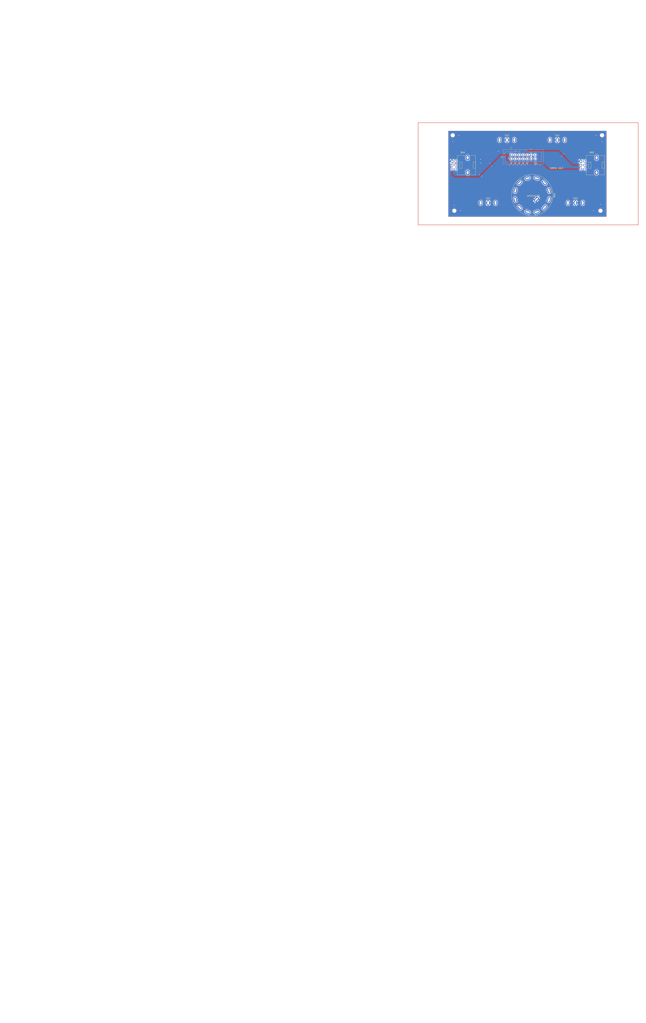
<source format=kicad_pcb>
(kicad_pcb
	(version 20240108)
	(generator "pcbnew")
	(generator_version "8.0")
	(general
		(thickness 1.6)
		(legacy_teardrops no)
	)
	(paper "A4")
	(layers
		(0 "F.Cu" signal)
		(31 "B.Cu" signal)
		(34 "B.Paste" user)
		(35 "F.Paste" user)
		(36 "B.SilkS" user "B.Silkscreen")
		(37 "F.SilkS" user "F.Silkscreen")
		(38 "B.Mask" user)
		(39 "F.Mask" user)
		(44 "Edge.Cuts" user)
		(45 "Margin" user)
		(46 "B.CrtYd" user "B.Courtyard")
		(47 "F.CrtYd" user "F.Courtyard")
		(48 "B.Fab" user)
		(49 "F.Fab" user)
	)
	(setup
		(stackup
			(layer "F.SilkS"
				(type "Top Silk Screen")
				(color "White")
			)
			(layer "F.Paste"
				(type "Top Solder Paste")
			)
			(layer "F.Mask"
				(type "Top Solder Mask")
				(color "Black")
				(thickness 0.01)
			)
			(layer "F.Cu"
				(type "copper")
				(thickness 0.035)
			)
			(layer "dielectric 1"
				(type "core")
				(thickness 1.51)
				(material "FR4")
				(epsilon_r 4.5)
				(loss_tangent 0.02)
			)
			(layer "B.Cu"
				(type "copper")
				(thickness 0.035)
			)
			(layer "B.Mask"
				(type "Bottom Solder Mask")
				(color "Black")
				(thickness 0.01)
			)
			(layer "B.Paste"
				(type "Bottom Solder Paste")
			)
			(layer "B.SilkS"
				(type "Bottom Silk Screen")
				(color "White")
			)
			(copper_finish "None")
			(dielectric_constraints yes)
		)
		(pad_to_mask_clearance 0)
		(allow_soldermask_bridges_in_footprints no)
		(aux_axis_origin 84 135)
		(grid_origin 84 135)
		(pcbplotparams
			(layerselection 0x00010fc_ffffffff)
			(plot_on_all_layers_selection 0x0000000_00000000)
			(disableapertmacros no)
			(usegerberextensions no)
			(usegerberattributes yes)
			(usegerberadvancedattributes yes)
			(creategerberjobfile yes)
			(dashed_line_dash_ratio 12.000000)
			(dashed_line_gap_ratio 3.000000)
			(svgprecision 4)
			(plotframeref no)
			(viasonmask no)
			(mode 1)
			(useauxorigin no)
			(hpglpennumber 1)
			(hpglpenspeed 20)
			(hpglpendiameter 15.000000)
			(pdf_front_fp_property_popups yes)
			(pdf_back_fp_property_popups yes)
			(dxfpolygonmode yes)
			(dxfimperialunits yes)
			(dxfusepcbnewfont yes)
			(psnegative no)
			(psa4output no)
			(plotreference yes)
			(plotvalue yes)
			(plotfptext yes)
			(plotinvisibletext no)
			(sketchpadsonfab no)
			(subtractmaskfromsilk no)
			(outputformat 1)
			(mirror no)
			(drillshape 0)
			(scaleselection 1)
			(outputdirectory "manufacturing/")
		)
	)
	(net 0 "")
	(net 1 "unconnected-(J1-Pin_14-Pad14)")
	(net 2 "/SYS_1")
	(net 3 "/SYS_2")
	(net 4 "/Gain")
	(net 5 "/Multiscan")
	(net 6 "/CCS")
	(net 7 "/PWS")
	(net 8 "/Tilt")
	(net 9 "VBUS")
	(net 10 "GND")
	(net 11 "+3V3")
	(net 12 "/WX+T")
	(net 13 "/TURB")
	(net 14 "/MAP")
	(net 15 "unconnected-(SW1-Pad3)")
	(net 16 "unconnected-(SW1-Pad10)")
	(net 17 "unconnected-(SW1-Pad6)")
	(net 18 "unconnected-(SW1-Pad4)")
	(net 19 "unconnected-(SW1-Pad2)")
	(net 20 "unconnected-(SW1-Pad9)")
	(net 21 "unconnected-(SW1-Pad1)")
	(net 22 "unconnected-(SW1-Pad11)")
	(net 23 "unconnected-(SW1-Pad12)")
	(footprint "NiasStuff:C&K_Rotary_Switches" (layer "F.Cu") (at 137.527109 121.078224 -90))
	(footprint "MountingHole:MountingHole_2.2mm_M2" (layer "F.Cu") (at 181 131))
	(footprint "NiasStuff:SW_SPDT_YUEN-FUNG_MT-0-102-A101-M200-RS" (layer "F.Cu") (at 121.5 86))
	(footprint "NiasStuff:SW_SPDT_YUEN-FUNG_MT-0-102-A101-M200-RS" (layer "F.Cu") (at 165 126))
	(footprint "NiasStuff:Potentiometer_Alps_RK09L_Double_Vertical" (layer "F.Cu") (at 168.5 99.5))
	(footprint "NiasStuff:SW_SPDT_YUEN-FUNG_MT-0-102-A101-M200-RS" (layer "F.Cu") (at 153.5 86))
	(footprint "NiasStuff:SW_SPDT_YUEN-FUNG_MT-0-102-A101-M200-RS" (layer "F.Cu") (at 109.5 126))
	(footprint "MountingHole:MountingHole_2.2mm_M2" (layer "F.Cu") (at 87 83))
	(footprint "NiasStuff:Potentiometer_Alps_RK09L_Double_Vertical" (layer "F.Cu") (at 86.5 99.5))
	(footprint "MountingHole:MountingHole_2.2mm_M2" (layer "F.Cu") (at 182 83))
	(footprint "MountingHole:MountingHole_2.2mm_M2" (layer "F.Cu") (at 88 131))
	(footprint "Connector_IDC:IDC-Header_2x07_P2.54mm_Vertical" (layer "B.Cu") (at 124.21 95.46 -90))
	(gr_line
		(start 205 75)
		(end 65 75)
		(stroke
			(width 0.2)
			(type default)
		)
		(layer "F.Cu")
		(uuid "0215d5a4-44c5-4383-8dde-53c9af7cc1ff")
	)
	(gr_line
		(start 65 75)
		(end 65 140)
		(stroke
			(width 0.2)
			(type default)
		)
		(layer "F.Cu")
		(uuid "9624d7e1-c5fd-4bcf-9a72-6c7fc2219f0f")
	)
	(gr_line
		(start 65 140)
		(end 205 140)
		(stroke
			(width 0.2)
			(type default)
		)
		(layer "F.Cu")
		(uuid "9fc20f4c-5fcb-4944-b797-276ff330bed5")
	)
	(gr_line
		(start 205 140)
		(end 205 75)
		(stroke
			(width 0.2)
			(type default)
		)
		(layer "F.Cu")
		(uuid "d4fb45ab-1283-450a-94ae-c7e436ec5e68")
	)
	(gr_line
		(start 185 135)
		(end 185 80)
		(stroke
			(width 0.1)
			(type default)
		)
		(layer "Edge.Cuts")
		(uuid "3ba09393-2a5e-4749-ae4d-a0a8cc5425d4")
	)
	(gr_line
		(start 185 80)
		(end 84 80)
		(stroke
			(width 0.1)
			(type default)
		)
		(layer "Edge.Cuts")
		(uuid "46d45510-8578-4c28-9efc-0665be11010f")
	)
	(gr_line
		(start 84 80)
		(end 84 135)
		(stroke
			(width 0.1)
			(type default)
		)
		(layer "Edge.Cuts")
		(uuid "5cd1c05f-b40b-47b4-a7d5-ecde1514859b")
	)
	(gr_line
		(start 84 135)
		(end 164 135)
		(stroke
			(width 0.1)
			(type default)
		)
		(layer "Edge.Cuts")
		(uuid "b3f786f3-bf6f-4f3f-8a22-7943679f9482")
	)
	(gr_line
		(start 164 135)
		(end 185 135)
		(stroke
			(width 0.1)
			(type default)
		)
		(layer "Edge.Cuts")
		(uuid "bf3e727e-08ae-492e-8551-de841063cb35")
	)
	(gr_line
		(start -59.468835 233.012516)
		(end -59.100172 232.984482)
		(stroke
			(width 0.563452)
			(type solid)
		)
		(layer "F.Fab")
		(uuid "00101fff-c463-428a-9829-0f65ee79dbde")
	)
	(gr_line
		(start -190.731725 211.851723)
		(end -190.74272 211.789829)
		(stroke
			(width 0.482675)
			(type solid)
		)
		(layer "F.Fab")
		(uuid "001608fa-a35c-4a71-8b88-4e79153b294c")
	)
	(gr_line
		(start 79.940037 537.805102)
		(end 79.733498 537.910885)
		(stroke
			(width 0.482999)
			(type solid)
		)
		(layer "F.Fab")
		(uuid "0036371f-1e02-4e25-8faf-79012b118a82")
	)
	(gr_line
		(start 185.445803 242.408897)
		(end 185.166178 242.373365)
		(stroke
			(width 0.482999)
			(type solid)
		)
		(layer "F.Fab")
		(uuid "004b71f1-ccae-458c-800e-08660bd3b7fe")
	)
	(gr_line
		(start -116.465169 13.282248)
		(end -115.892217 13.575696)
		(stroke
			(width 0.657399)
			(type solid)
		)
		(layer "F.Fab")
		(uuid "007e9638-36e8-4a61-8874-9dba4d1d693a")
	)
	(gr_line
		(start 12.480213 488.750061)
		(end 24.297657 488.750061)
		(stroke
			(width 0.664999)
			(type solid)
		)
		(layer "F.Fab")
		(uuid "0080f32c-f0f2-4e90-be76-6af9b7a88504")
	)
	(gr_line
		(start -175.76405 80.581573)
		(end -175.422779 80.256164)
		(stroke
			(width 0.483227)
			(type solid)
		)
		(layer "F.Fab")
		(uuid "00ce2009-40fd-4b79-a711-d7ed55392842")
	)
	(gr_line
		(start -142.42439 208.179444)
		(end -142.800383 208.246589)
		(stroke
			(width 0.482675)
			(type solid)
		)
		(layer "F.Fab")
		(uuid "00cfeac8-0f74-4cbd-a6e8-eac1d4ac4cfd")
	)
	(gr_line
		(start 100.571683 -1.392683)
		(end 100.983193 -1.62932)
		(stroke
			(width 0.483227)
			(type solid)
		)
		(layer "F.Fab")
		(uuid "011055cb-3839-469f-8dd2-4be7ef302984")
	)
	(gr_line
		(start 182.893137 241.483507)
		(end 182.674077 241.327729)
		(stroke
			(width 0.482999)
			(type solid)
		)
		(layer "F.Fab")
		(uuid "0145038e-5f63-4d22-8687-f279e8de0850")
	)
	(gr_line
		(start 171.276474 223.369417)
		(end 170.768915 223.768279)
		(stroke
			(width 0.782999)
			(type solid)
		)
		(layer "F.Fab")
		(uuid "015de77b-ea10-4eb8-9a42-04b19aa0843e")
	)
	(gr_line
		(start 76.459664 528.953844)
		(end 76.691413 528.900357)
		(stroke
			(width 0.482999)
			(type solid)
		)
		(layer "F.Fab")
		(uuid "018a5da2-77a6-4612-8c40-71a616df5cad")
	)
	(gr_line
		(start 162.038756 199.583614)
		(end 162.730152 199.566131)
		(stroke
			(width 0.782999)
			(type solid)
		)
		(layer "F.Fab")
		(uuid "019d36c6-cf28-4b1a-8889-9ce15757f6ed")
	)
	(gr_line
		(start -141.337913 207.871262)
		(end -141.692675 207.9913)
		(stroke
			(width 0.482675)
			(type solid)
		)
		(layer "F.Fab")
		(uuid "01cdd9ad-d5bd-474a-886d-26867a84d7d1")
	)
	(gr_line
		(start 185.166178 231.327379)
		(end 185.445803 231.291847)
		(stroke
			(width 0.482999)
			(type solid)
		)
		(layer "F.Fab")
		(uuid "01d71626-8e23-44ee-91cf-9cd5234e3fd8")
	)
	(gr_line
		(start 52.817443 21.191013)
		(end 53.434855 21.399923)
		(stroke
			(width 0.657399)
			(type solid)
		)
		(layer "F.Fab")
		(uuid "01dc3dc4-c0b2-48bf-a7c0-648b5652a2bd")
	)
	(gr_line
		(start 114.721546 10.837528)
		(end 114.524759 11.272855)
		(stroke
			(width 0.483227)
			(type solid)
		)
		(layer "F.Fab")
		(uuid "01ed501b-a069-4b5c-8e61-884794cdf7d7")
	)
	(gr_line
		(start 96.436792 3.633089)
		(end 96.612743 3.186802)
		(stroke
			(width 0.483227)
			(type solid)
		)
		(layer "F.Fab")
		(uuid "01ed675e-1f4f-481b-9d05-46a9d27be517")
	)
	(gr_line
		(start -39.477246 232.513877)
		(end -39.159198 233.453835)
		(stroke
			(width 0.720099)
			(type solid)
		)
		(layer "F.Fab")
		(uuid "0229eca3-2bbe-4bad-8310-5bd4dd8352bb")
	)
	(gr_line
		(start 189.764688 313.050835)
		(end 189.741097 313.00258)
		(stroke
			(width 0.712262)
			(type solid)
		)
		(layer "F.Fab")
		(uuid "0250f94a-3467-464b-8809-7beaf66ddab4")
	)
	(gr_line
		(start 188.680342 241.763377)
		(end 188.439427 241.886767)
		(stroke
			(width 0.482999)
			(type solid)
		)
		(layer "F.Fab")
		(uuid "0266abbb-8ce0-4d58-9858-7badfe105053")
	)
	(gr_line
		(start -92.179667 173.242712)
		(end -92.059629 172.887949)
		(stroke
			(width 0.482675)
			(type solid)
		)
		(layer "F.Fab")
		(uuid "0292ad3b-5489-476a-a2a1-9d4517e0ea48")
	)
	(gr_line
		(start 131.730769 0.404294)
		(end 132.05614 0.062988)
		(stroke
			(width 0.483227)
			(type solid)
		)
		(layer "F.Fab")
		(uuid "02a33015-8aaf-41c5-946b-f0d6d18bbcf3")
	)
	(gr_line
		(start 151.963682 204.963024)
		(end 152.362545 204.455466)
		(stroke
			(width 0.782999)
			(type solid)
		)
		(layer "F.Fab")
		(uuid "02af0d88-a7fa-4580-9352-bea27a4fdfe0")
	)
	(gr_line
		(start 114.897493 10.391239)
		(end 114.721546 10.837528)
		(stroke
			(width 0.483227)
			(type solid)
		)
		(layer "F.Fab")
		(uuid "02be2c4e-20ca-455a-b9ba-1de90d9b464f")
	)
	(gr_line
		(start 150.916101 206.597561)
		(end 151.239616 206.034916)
		(stroke
			(width 0.782999)
			(type solid)
		)
		(layer "F.Fab")
		(uuid "02cb7413-6352-4f64-89c1-041cedac67c4")
	)
	(gr_line
		(start -190.390515 189.262146)
		(end -190.346996 189.220663)
		(stroke
			(width 0.482675)
			(type solid)
		)
		(layer "F.Fab")
		(uuid "0308683a-1f6f-40ca-bb52-183d7d6a2847")
	)
	(gr_line
		(start 166.373217 46.43519)
		(end 166.661651 46.208525)
		(stroke
			(width 0.482675)
			(type solid)
		)
		(layer "F.Fab")
		(uuid "0310c1a2-633e-4144-a9dc-1f90ebedcaa6")
	)
	(gr_line
		(start 164.516242 55.966263)
		(end 164.347628 55.637049)
		(stroke
			(width 0.482675)
			(type solid)
		)
		(layer "F.Fab")
		(uuid "032394cf-9c7e-4de3-8bdc-88f26948ccde")
	)
	(gr_line
		(start -102.579175 619.448974)
		(end -98.273175 619.448974)
		(stroke
			(width 0.764999)
			(type solid)
		)
		(layer "F.Fab")
		(uuid "033228d3-545f-4d29-98f7-c6e92f5b8d44")
	)
	(gr_line
		(start -140.652976 193.817092)
		(end -140.323762 193.985705)
		(stroke
			(width 0.482675)
			(type solid)
		)
		(layer "F.Fab")
		(uuid "034de3c5-09a0-4ed4-b805-78c5fe9aceb7")
	)
	(gr_line
		(start -56.230583 233.415536)
		(end -55.900923 233.545517)
		(stroke
			(width 0.563452)
			(type solid)
		)
		(layer "F.Fab")
		(uuid "03581cfd-77ba-4a77-9236-46a2e6c75ce8")
	)
	(gr_line
		(start -142.209851 574.833191)
		(end -137.903882 574.833191)
		(stroke
			(width 0.764999)
			(type solid)
		)
		(layer "F.Fab")
		(uuid "038f3f1b-00e9-4153-a27b-64c48aabbd52")
	)
	(gr_line
		(start -15.286572 124.586273)
		(end -17.183484 124.586273)
		(stroke
			(width 0.94083)
			(type solid)
		)
		(layer "F.Fab")
		(uuid "0392669b-0a95-4f84-9944-c49496d574e2")
	)
	(gr_line
		(start -138.071462 205.556061)
		(end -138.31144 205.833101)
		(stroke
			(width 0.482675)
			(type solid)
		)
		(layer "F.Fab")
		(uuid "03e28784-8fd0-4b6a-a3db-029d62361355")
	)
	(gr_line
		(start 99.719118 303.720691)
		(end 99.80696 303.980303)
		(stroke
			(width 0.482999)
			(type solid)
		)
		(layer "F.Fab")
		(uuid "0442df9d-8cde-481a-9467-6a821e3aee0b")
	)
	(gr_line
		(start 97.792729 1.132139)
		(end 98.084451 0.760883)
		(stroke
			(width 0.483227)
			(type solid)
		)
		(layer "F.Fab")
		(uuid "045453c3-1438-49ff-b4a3-dced807b037f")
	)
	(gr_line
		(start -166.359784 78.012527)
		(end -165.893476 78.144959)
		(stroke
			(width 0.483227)
			(type solid)
		)
		(layer "F.Fab")
		(uuid "045c8f5a-4f4b-4912-9dd5-aa8c275d6f21")
	)
	(gr_line
		(start -169.321268 77.715912)
		(end -168.815594 77.703125)
		(stroke
			(width 0.483227)
			(type solid)
		)
		(layer "F.Fab")
		(uuid "04648341-5a43-4779-8357-38c8247a1276")
	)
	(gr_line
		(start 59.805668 10.34334)
		(end 59.701991 9.894105)
		(stroke
			(width 0.586999)
			(type solid)
		)
		(layer "F.Fab")
		(uuid "0465c01d-5a0c-4008-859f-b69e30f19af7")
	)
	(gr_line
		(start -166.811657 15.863876)
		(end -166.350172 15.423891)
		(stroke
			(width 0.657399)
			(type solid)
		)
		(layer "F.Fab")
		(uuid "04736af9-ddb7-4226-a0ac-1363a0607e50")
	)
	(gr_line
		(start 77.976318 6.608686)
		(end 78.035364 7.073384)
		(stroke
			(width 0.586999)
			(type solid)
		)
		(layer "F.Fab")
		(uuid "047a15b7-57c0-4aca-87da-18fa8e7ef554")
	)
	(gr_line
		(start 112.346018 56.862848)
		(end 112.109404 57.274399)
		(stroke
			(width 0.483227)
			(type solid)
		)
		(layer "F.Fab")
		(uuid "047e6d12-6454-4278-8c10-e114b6e26ed4")
	)
	(gr_line
		(start 209.046204 297.770463)
		(end 209.08638 297.79428)
		(stroke
			(width 0.712262)
			(type solid)
		)
		(layer "F.Fab")
		(uuid "04812ac9-97f4-4c2e-9cde-3e2bdf1178f9")
	)
	(gr_line
		(start -85.668391 183.108956)
		(end -86.050501 183.060401)
		(stroke
			(width 0.482675)
			(type solid)
		)
		(layer "F.Fab")
		(uuid "04854de9-d2de-47a8-becd-af3bb668e693")
	)
	(gr_line
		(start 146.278433 13.620043)
		(end 145.953052 13.961349)
		(stroke
			(width 0.483227)
			(type solid)
		)
		(layer "F.Fab")
		(uuid "049af132-c494-460d-a027-263a1a61d2e2")
	)
	(gr_line
		(start -167.075298 189.551078)
		(end -167.047662 189.605182)
		(stroke
			(width 0.482675)
			(type solid)
		)
		(layer "F.Fab")
		(uuid "04ae2fe0-b07d-4d09-a552-a7988a651b40")
	)
	(gr_line
		(start -55.900923 233.545517)
		(end -55.579359 233.690893)
		(stroke
			(width 0.563452)
			(type solid)
		)
		(layer "F.Fab")
		(uuid "04b2022f-41f0-4d76-a79a-5da17fdf36f5")
	)
	(gr_line
		(start -138.31144 195.565641)
		(end -138.071462 195.842681)
		(stroke
			(width 0.482675)
			(type solid)
		)
		(layer "F.Fab")
		(uuid "04d903eb-6b8b-4fbc-b774-193541f84aae")
	)
	(gr_line
		(start 131.421914 13.263448)
		(end 131.130193 12.89219)
		(stroke
			(width 0.483227)
			(type solid)
		)
		(layer "F.Fab")
		(uuid "04f2b196-b0d9-4f99-a0dd-c1af420f3d2e")
	)
	(gr_line
		(start 74.929187 348.805175)
		(end 68.090747 363.520996)
		(stroke
			(width 0.964999)
			(type solid)
		)
		(layer "F.Fab")
		(uuid "04fb3374-7835-4eb9-8c97-3ce5e1d5b0b1")
	)
	(gr_line
		(start 145.252871 52.719793)
		(end 145.223386 53.10754)
		(stroke
			(width 0.482675)
			(type solid)
		)
		(layer "F.Fab")
		(uuid "050797fa-c0b3-4423-9bfc-e71ff6e6776f")
	)
	(gr_poly
		(pts
			(xy -154.596051 623.771789) (xy -160.260815 629.436584) (xy -160.260815 627.777282) (xy -154.596051 622.112487)
		)
		(stroke
			(width 0)
			(type solid)
		)
		(fill solid)
		(layer "F.Fab")
		(uuid "052365dc-72b1-42ed-ad5a-2a06a83622a7")
	)
	(gr_line
		(start 60.243008 11.637076)
		(end 60.07676 11.215409)
		(stroke
			(width 0.586999)
			(type solid)
		)
		(layer "F.Fab")
		(uuid "053ef4c9-6eab-40a0-87cc-143b741df31c")
	)
	(gr_line
		(start -124.904046 12.241872)
		(end -124.249683 12.125015)
		(stroke
			(width 0.657399)
			(type solid)
		)
		(layer "F.Fab")
		(uuid "0552e959-4cae-4143-a319-c6eb8749de94")
	)
	(gr_line
		(start 181.70561 233.296287)
		(end 181.881222 233.093551)
		(stroke
			(width 0.482999)
			(type solid)
		)
		(layer "F.Fab")
		(uuid "0563dc4a-8487-48fb-acbe-ecd4f3cb6f98")
	)
	(gr_line
		(start -46.184107 281.398611)
		(end -46.216425 282.359897)
		(stroke
			(width 1.866999)
			(type solid)
		)
		(layer "F.Fab")
		(uuid "0592902d-9833-46e7-9f08-316a9c2582bc")
	)
	(gr_line
		(start 184.355569 242.186546)
		(end 184.095958 242.098703)
		(stroke
			(width 0.482999)
			(type solid)
		)
		(layer "F.Fab")
		(uuid "05c5905c-7b35-40d5-a240-7535f2e7aadc")
	)
	(gr_line
		(start -151.55892 199.918717)
		(end -151.510365 199.536607)
		(stroke
			(width 0.482675)
			(type solid)
		)
		(layer "F.Fab")
		(uuid "05f53372-0978-4994-aa05-17ccf83aee3f")
	)
	(gr_line
		(start 25.785625 -0.699228)
		(end 26.217064 -0.845211)
		(stroke
			(width 0.586999)
			(type solid)
		)
		(layer "F.Fab")
		(uuid "06008f37-26ba-405f-a5d7-5f4ea8672dc9")
	)
	(gr_line
		(start -109.385693 522.506347)
		(end -112.104382 522.506347)
		(stroke
			(width 0.764999)
			(type solid)
		)
		(layer "F.Fab")
		(uuid "06044bd2-26b9-41b8-b87f-56a7e697f483")
	)
	(gr_line
		(start 101.725015 42.550461)
		(end 102.208927 42.464035)
		(stroke
			(width 0.483227)
			(type solid)
		)
		(layer "F.Fab")
		(uuid "06102a3a-e93b-4de2-a91d-16ca80ef87ae")
	)
	(gr_line
		(start -94.264495 281.034189)
		(end -94.232177 280.072903)
		(stroke
			(width 1.866999)
			(type solid)
		)
		(layer "F.Fab")
		(uuid "06221477-bd6f-4298-aff3-8592396e6d2d")
	)
	(gr_line
		(start -65.976558 239.860869)
		(end -65.948525 239.492206)
		(stroke
			(width 0.563452)
			(type solid)
		)
		(layer "F.Fab")
		(uuid "06614b05-d87b-417b-86fb-c9087ae0ab3d")
	)
	(gr_line
		(start 98.084451 0.760883)
		(end 98.393306 0.404294)
		(stroke
			(width 0.483227)
			(type solid)
		)
		(layer "F.Fab")
		(uuid "06835b52-8975-43f5-80bf-be8d1784a838")
	)
	(gr_line
		(start -164.845067 14.241289)
		(end -164.305931 13.895655)
		(stroke
			(width 0.657399)
			(type solid)
		)
		(layer "F.Fab")
		(uuid "0691610d-9651-42fa-bdb2-baf7ac0726a6")
	)
	(gr_line
		(start -51.793574 238.075716)
		(end -51.695751 238.420202)
		(stroke
			(width 0.563452)
			(type solid)
		)
		(layer "F.Fab")
		(uuid "06e1feb4-af28-4495-be11-3f12c5c25cb8")
	)
	(gr_line
		(start 156.905245 225.112567)
		(end 156.325926 224.815857)
		(stroke
			(width 0.782999)
			(type solid)
		)
		(layer "F.Fab")
		(uuid "0716b07c-aee2-40fb-9659-953e145600b5")
	)
	(gr_poly
		(pts
			(xy -154.596051 615.953186) (xy -160.260815 621.61792) (xy -160.260815 619.958557) (xy -154.596051 614.293884)
		)
		(stroke
			(width 0)
			(type solid)
		)
		(fill solid)
		(layer "F.Fab")
		(uuid "07232815-6fb7-43f8-97b5-03181f96f8f3")
	)
	(gr_line
		(start 131.509263 56.895133)
		(end 131.296392 56.595784)
		(stroke
			(width 0.482675)
			(type solid)
		)
		(layer "F.Fab")
		(uuid "074b5706-e8fe-498d-8ee0-46abf23139b6")
	)
	(gr_line
		(start 89.059376 304.245445)
		(end 89.134667 303.980303)
		(stroke
			(width 0.482999)
			(type solid)
		)
		(layer "F.Fab")
		(uuid "075e1f59-cd73-414e-b0e2-e3a9a09bf458")
	)
	(gr_line
		(start 35.851511 1.779451)
		(end 36.143359 2.116368)
		(stroke
			(width 0.586999)
			(type solid)
		)
		(layer "F.Fab")
		(uuid "07a16504-8a18-40bd-b78b-aeeae167d0db")
	)
	(gr_line
		(start 93.619914 300.118822)
		(end 93.899538 300.08329)
		(stroke
			(width 0.482999)
			(type solid)
		)
		(layer "F.Fab")
		(uuid "07ce313e-1da9-4c32-99ad-536dc35f3961")
	)
	(gr_line
		(start 47.507399 20.662217)
		(end 48.182219 20.610903)
		(stroke
			(width 0.657399)
			(type solid)
		)
		(layer "F.Fab")
		(uuid "07db0afe-83cd-4e40-993a-90d951533b65")
	)
	(gr_line
		(start -173.499535 51.661509)
		(end -173.075831 51.444479)
		(stroke
			(width 0.483227)
			(type solid)
		)
		(layer "F.Fab")
		(uuid "07f83a87-e1fa-47c1-bab0-038f41c12eef")
	)
	(gr_line
		(start 164.898687 48.05797)
		(end 165.111558 47.758621)
		(stroke
			(width 0.482675)
			(type solid)
		)
		(layer "F.Fab")
		(uuid "080c1fd2-0c78-46f3-848b-4bff147875dd")
	)
	(gr_line
		(start -167.476449 189.109208)
		(end -167.427289 189.144117)
		(stroke
			(width 0.482675)
			(type solid)
		)
		(layer "F.Fab")
		(uuid "08185cfd-cce3-4195-8f9f-cea9be0af452")
	)
	(gr_line
		(start -167.804929 212.796509)
		(end -167.864537 212.813362)
		(stroke
			(width 0.482675)
			(type solid)
		)
		(layer "F.Fab")
		(uuid "081fb68c-396f-415b-8773-ea8447894510")
	)
	(gr_line
		(start 130.080394 51.164121)
		(end 130.14754 50.788127)
		(stroke
			(width 0.482675)
			(type solid)
		)
		(layer "F.Fab")
		(uuid "08ab4543-8ed2-4e2a-bb05-c4c6cb2a5b3f")
	)
	(gr_line
		(start 80.877546 537.138861)
		(end 80.703739 537.289416)
		(stroke
			(width 0.482999)
			(type solid)
		)
		(layer "F.Fab")
		(uuid "08d608af-03a4-4217-a53f-fd4d1a5907f9")
	)
	(gr_line
		(start 150.61939 218.82672)
		(end 150.350328 218.23157)
		(stroke
			(width 0.782999)
			(type solid)
		)
		(layer "F.Fab")
		(uuid "090ed466-ee35-40c7-bd99-a778b8a67ee7")
	)
	(gr_line
		(start 208.919834 313.537752)
		(end 208.875954 313.551032)
		(stroke
			(width 0.712262)
			(type solid)
		)
		(layer "F.Fab")
		(uuid "091ee2e7-4d00-49ca-b711-c145e97c8fa2")
	)
	(gr_line
		(start 81.86875 535.876389)
		(end 81.753411 536.076984)
		(stroke
			(width 0.482999)
			(type solid)
		)
		(layer "F.Fab")
		(uuid "0923c3a4-b3bc-4f69-bef3-592503cc0c1c")
	)
	(gr_line
		(start 129.774256 3.633089)
		(end 129.950206 3.186802)
		(stroke
			(width 0.483227)
			(type solid)
		)
		(layer "F.Fab")
		(uuid "0940c3d3-81a1-44d1-b23f-76828a4c559b")
	)
	(gr_line
		(start 208.962874 313.521726)
		(end 208.919834 313.537752)
		(stroke
			(width 0.712262)
			(type solid)
		)
		(layer "F.Fab")
		(uuid "094553ea-a6ea-4c6f-9a84-87201890572f")
	)
	(gr_line
		(start 191.265382 234.929248)
		(end 191.353224 235.18886)
		(stroke
			(width 0.482999)
			(type solid)
		)
		(layer "F.Fab")
		(uuid "094c74ea-1550-4ed9-a92a-f0590a74ce67")
	)
	(gr_poly
		(pts
			(xy -180.095898 552.917358) (xy -183.7458 555.024719) (xy -183.7458 550.809997)
		)
		(stroke
			(width 0)
			(type solid)
		)
		(fill solid)
		(layer "F.Fab")
		(uuid "0955d1f7-722f-4c8d-ab6e-d219b1cbd6cc")
	)
	(gr_line
		(start -136.927966 203.671331)
		(end -137.080867 204.009541)
		(stroke
			(width 0.482675)
			(type solid)
		)
		(layer "F.Fab")
		(uuid "09792c10-4042-487a-b9af-8e8dff63ef0b")
	)
	(gr_line
		(start -90.723248 12.569309)
		(end -90.09268 12.390249)
		(stroke
			(width 0.657399)
			(type solid)
		)
		(layer "F.Fab")
		(uuid "099f9d7e-4fc7-4e42-9783-00dd7cbfd861")
	)
	(gr_line
		(start 140.937783 45.444594)
		(end 141.266997 45.613208)
		(stroke
			(width 0.482675)
			(type solid)
		)
		(layer "F.Fab")
		(uuid "09c3b5ac-951a-4430-b4c5-47ef554e15ef")
	)
	(gr_line
		(start 138.790376 59.874092)
		(end 138.408266 59.922647)
		(stroke
			(width 0.482675)
			(type solid)
		)
		(layer "F.Fab")
		(uuid "09cf741b-6373-42e1-a717-6c415aa01a5f")
	)
	(gr_line
		(start 189.773885 232.7145)
		(end 189.967929 232.899505)
		(stroke
			(width 0.482999)
			(type solid)
		)
		(layer "F.Fab")
		(uuid "09d5204a-e87d-4de8-baf1-bba8d9e0cabb")
	)
	(gr_line
		(start 184.89103 231.376516)
		(end 185.166178 231.327379)
		(stroke
			(width 0.482999)
			(type solid)
		)
		(layer "F.Fab")
		(uuid "0a0c96e9-4284-429e-b810-54518411f3e0")
	)
	(gr_line
		(start 142.484303 46.43519)
		(end 142.761342 46.675168)
		(stroke
			(width 0.482675)
			(type solid)
		)
		(layer "F.Fab")
		(uuid "0a8e30f1-ff16-4440-83f3-43d9c979844f")
	)
	(gr_line
		(start -127.398335 13.016143)
		(end -126.794907 12.778219)
		(stroke
			(width 0.657399)
			(type solid)
		)
		(layer "F.Fab")
		(uuid "0a90518a-c4d6-4a91-a1da-634609c61b8a")
	)
	(gr_line
		(start 34.53388 0.58202)
		(end 34.884657 0.857675)
		(stroke
			(width 0.586999)
			(type solid)
		)
		(layer "F.Fab")
		(uuid "0ab6df82-fe76-4913-b2d6-76be1b753e4e")
	)
	(gr_line
		(start 187.413446 231.438906)
		(end 187.678587 231.514198)
		(stroke
			(width 0.482999)
			(type solid)
		)
		(layer "F.Fab")
		(uuid "0ac144c0-8ddb-44e1-9651-f7f1f43cff27")
	)
	(gr_line
		(start 130.031839 53.10754)
		(end 130.002355 52.719793)
		(stroke
			(width 0.482675)
			(type solid)
		)
		(layer "F.Fab")
		(uuid "0ac65734-23ea-4278-9e15-2ef76161ca55")
	)
	(gr_line
		(start -190.731725 189.896536)
		(end -190.717763 189.835746)
		(stroke
			(width 0.482675)
			(type solid)
		)
		(layer "F.Fab")
		(uuid "0b0ef6fa-2e38-44d1-9df9-104c286e1374")
	)
	(gr_line
		(start -63.607658 234.8609)
		(end -63.344253 234.632733)
		(stroke
			(width 0.563452)
			(type solid)
		)
		(layer "F.Fab")
		(uuid "0b1851e9-4b05-441f-b163-d09fef03e207")
	)
	(gr_line
		(start 177.121592 47.470186)
		(end 177.348257 47.758621)
		(stroke
			(width 0.482675)
			(type solid)
		)
		(layer "F.Fab")
		(uuid "0b462830-bab4-460e-92b9-cc30df1657f7")
	)
	(gr_line
		(start 133.358705 45.995653)
		(end 133.668489 45.797055)
		(stroke
			(width 0.482675)
			(type solid)
		)
		(layer "F.Fab")
		(uuid "0b4d94f8-b9ff-4563-aa77-33160f93787a")
	)
	(gr_line
		(start 63.606993 15.722392)
		(end 63.242963 15.463511)
		(stroke
			(width 0.586999)
			(type solid)
		)
		(layer "F.Fab")
		(uuid "0b5f4d42-e61f-4967-a325-afc9eb7da74c")
	)
	(gr_line
		(start -167.527335 189.076646)
		(end -167.476449 189.109208)
		(stroke
			(width 0.482675)
			(type solid)
		)
		(layer "F.Fab")
		(uuid "0b90c26e-c691-4eb9-a0f9-52289effc9f4")
	)
	(gr_line
		(start -51.317639 9.969406)
		(end -51.317608 11.971908)
		(stroke
			(width 1.556999)
			(type solid)
		)
		(layer "F.Fab")
		(uuid "0b971b76-fb11-4a4a-9b5d-2e686dddaba8")
	)
	(gr_line
		(start -51.476651 239.860869)
		(end -51.467206 240.234436)
		(stroke
			(width 0.563452)
			(type solid)
		)
		(layer "F.Fab")
		(uuid "0b9f8e1d-3cb1-4619-9fe2-a33315f98f67")
	)
	(gr_poly
		(pts
			(xy -154.596051 638.522949) (xy -163.754651 647.681579) (xy -165.417096 647.68457) (xy -154.596051 636.864135)
		)
		(stroke
			(width 0)
			(type solid)
		)
		(fill solid)
		(layer "F.Fab")
		(uuid "0bddbf5b-57e2-4faa-9091-5684bc80da66")
	)
	(gr_line
		(start -168.30992 50.48816)
		(end -167.810885 50.526111)
		(stroke
			(width 0.483227)
			(type solid)
		)
		(layer "F.Fab")
		(uuid "0c0066e3-37fd-417e-a2bd-b4380a519f6c")
	)
	(gr_line
		(start -109.385693 567.142761)
		(end -112.104382 567.142761)
		(stroke
			(width 0.764999)
			(type solid)
		)
		(layer "F.Fab")
		(uuid "0c0a20f5-bdcc-4e4a-ad1c-0cde6af65c8d")
	)
	(gr_line
		(start 142.761342 57.978582)
		(end 142.484303 58.21856)
		(stroke
			(width 0.482675)
			(type solid)
		)
		(layer "F.Fab")
		(uuid "0c16c3d0-9efc-426d-80c0-649a4c3b1059")
	)
	(gr_line
		(start -131.622082 15.863876)
		(end -131.160597 15.423891)
		(stroke
			(width 0.657399)
			(type solid)
		)
		(layer "F.Fab")
		(uuid "0c4adea2-f722-4250-80fb-983be4992f4a")
	)
	(gr_line
		(start -61.552287 233.545517)
		(end -61.222626 233.415536)
		(stroke
			(width 0.563452)
			(type solid)
		)
		(layer "F.Fab")
		(uuid "0c7adeed-0d02-4b6e-a153-789ce0821c9f")
	)
	(gr_line
		(start 208.693164 297.677002)
		(end 208.739838 297.678549)
		(stroke
			(width 0.712262)
			(type solid)
		)
		(layer "F.Fab")
		(uuid "0c81c63c-f61f-4919-a442-69d5d424a81a")
	)
	(gr_line
		(start 165.831012 57.725771)
		(end 165.578201 57.460605)
		(stroke
			(width 0.482675)
			(type solid)
		)
		(layer "F.Fab")
		(uuid "0c9247f5-a9bd-4fdf-8abc-2d5f0af1b61b")
	)
	(gr_line
		(start 94.847801 47.917736)
		(end 95.064812 47.493989)
		(stroke
			(width 0.483227)
			(type solid)
		)
		(layer "F.Fab")
		(uuid "0c9bb2d4-d66b-412e-9009-96c9ddad1164")
	)
	(gr_poly
		(pts
			(xy -180.153515 510.504638) (xy -183.803418 512.611999) (xy -183.803418 508.397277)
		)
		(stroke
			(width 0)
			(type solid)
		)
		(fill solid)
		(layer "F.Fab")
		(uuid "0ccd101e-9ebb-4b82-a1f2-53bdb3fd54e0")
	)
	(gr_line
		(start -94.035107 454.032287)
		(end -100.611279 454.032287)
		(stroke
			(width 0.564998)
			(type solid)
		)
		(layer "F.Fab")
		(uuid "0d06e681-12f2-4c43-8a38-b06de3f1fa76")
	)
	(gr_line
		(start -150.845426 197.389201)
		(end -150.676812 197.059986)
		(stroke
			(width 0.482675)
			(type solid)
		)
		(layer "F.Fab")
		(uuid "0d1f8556-de8e-4e25-aa16-0b6a5fc9b9ac")
	)
	(gr_line
		(start 93.891559 51.67269)
		(end 93.929507 51.173599)
		(stroke
			(width 0.483227)
			(type solid)
		)
		(layer "F.Fab")
		(uuid "0d32b59c-473f-4166-b332-1147e5731910")
	)
	(gr_line
		(start 95.301427 57.274386)
		(end 95.064812 56.862835)
		(stroke
			(width 0.483227)
			(type solid)
		)
		(layer "F.Fab")
		(uuid "0d48f622-deed-48c1-b841-d5e86c712790")
	)
	(gr_line
		(start 150.350328 207.77203)
		(end 150.61939 207.176881)
		(stroke
			(width 0.782999)
			(type solid)
		)
		(layer "F.Fab")
		(uuid "0d57edf5-75ae-48f6-b72d-a897b8dee1ed")
	)
	(gr_line
		(start 208.875954 297.701164)
		(end 208.919834 297.714444)
		(stroke
			(width 0.712262)
			(type solid)
		)
		(layer "F.Fab")
		(uuid "0d943498-1b46-48f1-b305-bba818001745")
	)
	(gr_line
		(start 76.232355 538.167887)
		(end 76.009787 538.092578)
		(stroke
			(width 0.482999)
			(type solid)
		)
		(layer "F.Fab")
		(uuid "0da55ae3-4048-4cdc-86de-f53b2f89ed72")
	)
	(gr_line
		(start 190.009669 297.880116)
		(end 190.046468 297.849181)
		(stroke
			(width 0.712262)
			(type solid)
		)
		(layer "F.Fab")
		(uuid "0da6380f-cf83-46d2-9c65-9e56548efbb3")
	)
	(gr_line
		(start -165.868022 15.006242)
		(end -165.366042 14.611763)
		(stroke
			(width 0.657399)
			(type solid)
		)
		(layer "F.Fab")
		(uuid "0db0ef0c-2f2e-4d92-861f-ba33670be0a6")
	)
	(gr_line
		(start -80.031048 181.404868)
		(end -80.319482 181.631533)
		(stroke
			(width 0.482675)
			(type solid)
		)
		(layer "F.Fab")
		(uuid "0dfb5434-cc5d-47a5-b859-1b97e22135f2")
	)
	(gr_line
		(start 163.682689 53.489649)
		(end 163.634134 53.10754)
		(stroke
			(width 0.482675)
			(type solid)
		)
		(layer "F.Fab")
		(uuid "0e032ea5-a34a-4e5a-a269-2b33dc05e2fc")
	)
	(gr_line
		(start -45.611475 223.859276)
		(end -44.877446 224.495108)
		(stroke
			(width 0.720099)
			(type solid)
		)
		(layer "F.Fab")
		(uuid "0e20dc06-f06e-4b45-a1ad-9c4223e0bed8")
	)
	(gr_line
		(start -172.194307 78.299457)
		(end -171.737722 78.14495)
		(stroke
			(width 0.483227)
			(type solid)
		)
		(layer "F.Fab")
		(uuid "0e4e885a-96be-4b1d-bb79-28747bd1a0fb")
	)
	(gr_line
		(start 89.837699 302.517864)
		(end 89.993475 302.298803)
		(stroke
			(width 0.482999)
			(type solid)
		)
		(layer "F.Fab")
		(uuid "0e9304f1-7bed-44ad-9a54-b7c8dcb4cdfd")
	)
	(gr_line
		(start 92.295963 300.493527)
		(end 92.549693 300.393484)
		(stroke
			(width 0.482999)
			(type solid)
		)
		(layer "F.Fab")
		(uuid "0ea5ff45-7091-4996-a413-b5c9c64cc3e0")
	)
	(gr_line
		(start 99.619075 307.816661)
		(end 99.507184 308.064158)
		(stroke
			(width 0.482999)
			(type solid)
		)
		(layer "F.Fab")
		(uuid "0ea75170-7389-457a-972c-a0871920e349")
	)
	(gr_line
		(start 115.443027 6.007345)
		(end 115.480976 6.506433)
		(stroke
			(width 0.483227)
			(type solid)
		)
		(layer "F.Fab")
		(uuid "0eec1d1b-4d94-4f72-9848-542895b39628")
	)
	(gr_line
		(start -164.131674 51.661509)
		(end -163.720167 51.898145)
		(stroke
			(width 0.483227)
			(type solid)
		)
		(layer "F.Fab")
		(uuid "0effb4bd-e337-4a1a-a8b4-03626e126995")
	)
	(gr_line
		(start -80.61883 169.181962)
		(end -80.319482 169.394834)
		(stroke
			(width 0.482675)
			(type solid)
		)
		(layer "F.Fab")
		(uuid "0f1167e8-56b0-4ad1-9903-f6a386139c05")
	)
	(gr_line
		(start 30.849591 17.11955)
		(end 30.392333 17.201208)
		(stroke
			(width 0.586999)
			(type solid)
		)
		(layer "F.Fab")
		(uuid "0f2940bf-6144-4f01-b2e8-e1aec7cb86f2")
	)
	(gr_poly
		(pts
			(xy -191.92204 634.952087) (xy -191.92204 636.611389) (xy -197.586804 630.946594) (xy -197.586804 629.287292)
		)
		(stroke
			(width 0)
			(type solid)
		)
		(fill solid)
		(layer "F.Fab")
		(uuid "0f947030-28e1-4c3f-8701-9019c657428d")
	)
	(gr_line
		(start 166.096178 46.675168)
		(end 166.373217 46.43519)
		(stroke
			(width 0.482675)
			(type solid)
		)
		(layer "F.Fab")
		(uuid "0fa89df8-94e7-424b-9289-eaebf375ad6f")
	)
	(gr_line
		(start 136.464849 44.779655)
		(end 136.846959 44.7311)
		(stroke
			(width 0.482675)
			(type solid)
		)
		(layer "F.Fab")
		(uuid "0fbd83b2-b0b1-4bdd-a907-bd1719579b20")
	)
	(gr_line
		(start 185.016651 90.395263)
		(end 181.455066 96.564148)
		(stroke
			(width 0.664999)
			(type solid)
		)
		(layer "F.Fab")
		(uuid "0fcb5669-d176-4675-a9c1-a2a13eaf966e")
	)
	(gr_line
		(start 107.647571 -2.615796)
		(end 108.122987 -2.506058)
		(stroke
			(width 0.483227)
			(type solid)
		)
		(layer "F.Fab")
		(uuid "0fead70f-0e29-4406-8bfe-1f093e08968e")
	)
	(gr_line
		(start 166.087926 226.014479)
		(end 165.4379 226.164504)
		(stroke
			(width 0.782999)
			(type solid)
		)
		(layer "F.Fab")
		(uuid "0ff17fd9-43f9-4603-9e10-e4314c3d9518")
	)
	(gr_line
		(start 148.780493 8.016983)
		(end 148.718003 8.508818)
		(stroke
			(width 0.483227)
			(type solid)
		)
		(layer "F.Fab")
		(uuid "1011a035-a6d1-4108-88e5-36998e998803")
	)
	(gr_line
		(start -167.427289 212.604143)
		(end -167.476449 212.639052)
		(stroke
			(width 0.482675)
			(type solid)
		)
		(layer "F.Fab")
		(uuid "10173f03-3558-4344-8f5e-6174bf89cdb3")
	)
	(gr_line
		(start -163.720167 51.898145)
		(end -163.321473 52.15377)
		(stroke
			(width 0.483227)
			(type solid)
		)
		(layer "F.Fab")
		(uuid "1034db02-baf7-4f64-8139-9a8d501def84")
	)
	(gr_line
		(start 97.825989 44.303201)
		(end 98.211256 44.029203)
		(stroke
			(width 0.483227)
			(type solid)
		)
		(layer "F.Fab")
		(uuid "103a3358-5051-4df6-846e-99404b56383a")
	)
	(gr_line
		(start 98.718677 0.062988)
		(end 99.059948 -0.262419)
		(stroke
			(width 0.483227)
			(type solid)
		)
		(layer "F.Fab")
		(uuid "104a15aa-8e68-41a4-a23f-b4877767c4b0")
	)
	(gr_line
		(start 190.046468 313.403014)
		(end 190.009669 313.372079)
		(stroke
			(width 0.712262)
			(type solid)
		)
		(layer "F.Fab")
		(uuid "10885cff-e7f9-4f71-ab2e-839c411adeec")
	)
	(gr_line
		(start -170.795994 77.902784)
		(end -170.312086 77.816359)
		(stroke
			(width 0.483227)
			(type solid)
		)
		(layer "F.Fab")
		(uuid "10917071-8f81-4877-a295-c2723e1a5f2c")
	)
	(gr_line
		(start 32.592561 -0.53297)
		(end 33.003872 -0.347021)
		(stroke
			(width 0.586999)
			(type solid)
		)
		(layer "F.Fab")
		(uuid "1093fad0-5439-448c-b8d2-c00194eb7649")
	)
	(gr_line
		(start 159.372378 199.989121)
		(end 160.022403 199.839096)
		(stroke
			(width 0.782999)
			(type solid)
		)
		(layer "F.Fab")
		(uuid "10a6dfa8-d879-4a12-8cc3-c1f74a83a5eb")
	)
	(gr_line
		(start 153.696322 222.947127)
		(end 153.229709 222.502254)
		(stroke
			(width 0.782999)
			(type solid)
		)
		(layer "F.Fab")
		(uuid "10bcf5b9-bab2-4ef2-b9bc-4bc8da12302a")
	)
	(gr_line
		(start -102.579175 544.945617)
		(end -102.579175 559.781067)
		(stroke
			(width 0.764999)
			(type solid)
		)
		(layer "F.Fab")
		(uuid "10cccce6-8d8b-47a4-ae64-a5539f897093")
	)
	(gr_line
		(start 178.70998 53.86564)
		(end 178.624724 54.235035)
		(stroke
			(width 0.482675)
			(type solid)
		)
		(layer "F.Fab")
		(uuid "10d5416c-b501-4c9f-8335-d13d45e70877")
	)
	(gr_line
		(start -53.124902 235.616787)
		(end -52.909394 235.891025)
		(stroke
			(width 0.563452)
			(type solid)
		)
		(layer "F.Fab")
		(uuid "10ec5812-b7b2-4f1a-b807-bb68d0f79595")
	)
	(gr_line
		(start -65.415524 237.408754)
		(end -65.270147 237.08719)
		(stroke
			(width 0.563452)
			(type solid)
		)
		(layer "F.Fab")
		(uuid "10eefed0-4ef3-4af7-87fc-7a20a25d15a4")
	)
	(gr_line
		(start 38.075072 6.151427)
		(end 38.156731 6.608686)
		(stroke
			(width 0.586999)
			(type solid)
		)
		(layer "F.Fab")
		(uuid "10ef413f-addd-4f1b-8cba-05c0eee190c3")
	)
	(gr_line
		(start 161.356437 199.635498)
		(end 162.038756 199.583614)
		(stroke
			(width 0.782999)
			(type solid)
		)
		(layer "F.Fab")
		(uuid "111b8acb-18cf-4798-98c4-44436814a8f7")
	)
	(gr_line
		(start 63.242963 15.463511)
		(end 62.892206 15.187856)
		(stroke
			(width 0.586999)
			(type solid)
		)
		(layer "F.Fab")
		(uuid "112e53c6-ed31-45f7-9c23-4843921232a3")
	)
	(gr_line
		(start 152.362545 221.548135)
		(end 151.963682 221.040577)
		(stroke
			(width 0.782999)
			(type solid)
		)
		(layer "F.Fab")
		(uuid "114b04ea-ca15-4b81-8bae-c736e5cc9242")
	)
	(gr_line
		(start 149.656299 229.687744)
		(end 178.145923 229.687744)
		(stroke
			(width 0.664582)
			(type solid)
		)
		(layer "F.Fab")
		(uuid "114d2ccb-fc48-4b8b-b688-46c70ff298a5")
	)
	(gr_line
		(start 180.543251 235.724323)
		(end 180.60564 235.454002)
		(stroke
			(width 0.482999)
			(type solid)
		)
		(layer "F.Fab")
		(uuid "116cb88e-0c28-4c1a-a5a5-12d75b2afb5d")
	)
	(gr_line
		(start 138.488697 363.162414)
		(end 147.325122 369.371154)
		(stroke
			(width 0.964999)
			(type solid)
		)
		(layer "F.Fab")
		(uuid "11756908-4f8d-4d30-a4a5-12493570f60a")
	)
	(gr_line
		(start 99.021462 43.53694)
		(end 99.445167 43.319909)
		(stroke
			(width 0.483227)
			(type solid)
		)
		(layer "F.Fab")
		(uuid "11971468-317a-4bb0-a75d-42ac379ec5e7")
	)
	(gr_line
		(start 97.518759 1.517443)
		(end 97.792729 1.132139)
		(stroke
			(width 0.483227)
			(type solid)
		)
		(layer "F.Fab")
		(uuid "11d2cbf5-1dba-41d6-82c7-908dcdbe4186")
	)
	(gr_line
		(start 93.344766 300.167959)
		(end 93.619914 300.118822)
		(stroke
			(width 0.482999)
			(type solid)
		)
		(layer "F.Fab")
		(uuid "11ede328-2119-4b3a-849a-265c9fbe1235")
	)
	(gr_line
		(start 148.717998 5.515513)
		(end 148.780491 6.007345)
		(stroke
			(width 0.483227)
			(type solid)
		)
		(layer "F.Fab")
		(uuid "12176952-dbc3-4a6d-b822-01f9e6c21d5f")
	)
	(gr_line
		(start -87.512972 168.341292)
		(end -87.158209 168.221254)
		(stroke
			(width 0.482675)
			(type solid)
		)
		(layer "F.Fab")
		(uuid "121c5cbf-ef83-407f-937b-bb85f96a11bc")
	)
	(gr_line
		(start -77.595808 173.242712)
		(end -77.492921 173.605031)
		(stroke
			(width 0.482675)
			(type solid)
		)
		(layer "F.Fab")
		(uuid "123f088c-36e3-422b-ab98-c4396823aca1")
	)
	(gr_line
		(start 66.037245 16.890742)
		(end 65.605826 16.744759)
		(stroke
			(width 0.586999)
			(type solid)
		)
		(layer "F.Fab")
		(uuid "1286b91f-4c55-4f48-98f4-6a4bde6a4320")
	)
	(gr_line
		(start -189.991882 212.754445)
		(end -190.047478 212.729388)
		(stroke
			(width 0.482675)
			(type solid)
		)
		(layer "F.Fab")
		(uuid "12889209-a7e7-490f-b05f-369ea32d8850")
	)
	(gr_line
		(start -92.36781 177.05194)
		(end -92.434956 176.675947)
		(stroke
			(width 0.482675)
			(type solid)
		)
		(layer "F.Fab")
		(uuid "129a3a23-7bef-4f94-9ab0-a2335d3b7926")
	)
	(gr_line
		(start -150.294368 196.430464)
		(end -150.081496 196.131115)
		(stroke
			(width 0.482675)
			(type solid)
		)
		(layer "F.Fab")
		(uuid "129f5afa-fd6c-44e2-af56-9f1e7375ca91")
	)
	(gr_line
		(start 103.211325 -2.506062)
		(end 103.686746 -2.615799)
		(stroke
			(width 0.483227)
			(type solid)
		)
		(layer "F.Fab")
		(uuid "12a7847f-39ce-440a-a1bc-a0bc6c74076f")
	)
	(gr_line
		(start 107.163663 -2.702223)
		(end 107.647571 -2.615796)
		(stroke
			(width 0.483227)
			(type solid)
		)
		(layer "F.Fab")
		(uuid "12fda699-f154-42f7-9eb5-0b30f4b633dd")
	)
	(gr_line
		(start -43.505042 225.867511)
		(end -42.869209 226.601539)
		(stroke
			(width 0.720099)
			(type solid)
		)
		(layer "F.Fab")
		(uuid "12ff4440-edb3-49ab-9e57-10abdf5f8063")
	)
	(gr_line
		(start -190.543452 189.447659)
		(end -190.508544 189.398498)
		(stroke
			(width 0.482675)
			(type solid)
		)
		(layer "F.Fab")
		(uuid "13002e09-74dd-4bf6-972a-6e36fe060bd8")
	)
	(gr_line
		(start 96.282298 4.08972)
		(end 96.436792 3.633089)
		(stroke
			(width 0.483227)
			(type solid)
		)
		(layer "F.Fab")
		(uuid "13809310-1b80-4859-9769-04856b84aa43")
	)
	(gr_line
		(start 76.497584 2.831192)
		(end 76.739094 3.207931)
		(stroke
			(width 0.586999)
			(type solid)
		)
		(layer "F.Fab")
		(uuid "13857fbb-0f26-461d-9fea-4c33d037732f")
	)
	(gr_line
		(start 181.70561 240.404457)
		(end 181.53974 240.193384)
		(stroke
			(width 0.482999)
			(type solid)
		)
		(layer "F.Fab")
		(uuid "1393c9be-c957-43b3-8b3e-eaf2a34a0a03")
	)
	(gr_line
		(start -151.135038 203.324605)
		(end -151.255076 202.969842)
		(stroke
			(width 0.482675)
			(type solid)
		)
		(layer "F.Fab")
		(uuid "13a2b90d-6d0a-462a-a449-b0502823c4c8")
	)
	(gr_line
		(start 139.166369 44.846801)
		(end 139.535765 44.932057)
		(stroke
			(width 0.482675)
			(type solid)
		)
		(layer "F.Fab")
		(uuid "13abe3bf-7c50-4095-bdca-83679040917c")
	)
	(gr_line
		(start 91.127813 301.164457)
		(end 91.346872 301.00868)
		(stroke
			(width 0.482999)
			(type solid)
		)
		(layer "F.Fab")
		(uuid "13c4c5aa-0cce-454d-94e3-467f50c496e0")
	)
	(gr_line
		(start -131.097332 537.356384)
		(end -128.378857 537.356384)
		(stroke
			(width 0.764999)
			(type solid)
		)
		(layer "F.Fab")
		(uuid "13cd6374-1445-42f9-b627-6d9d2339fc7f")
	)
	(gr_line
		(start 190.494416 240.193384)
		(end 190.328546 240.404457)
		(stroke
			(width 0.482999)
			(type solid)
		)
		(layer "F.Fab")
		(uuid "13e59d19-35c6-4113-b523-ea567480911b")
	)
	(gr_poly
		(pts
			(xy -187.412762 616.868957) (xy -189.072094 616.868957) (xy -197.586804 608.354187) (xy -197.586804 606.695373)
		)
		(stroke
			(width 0)
			(type solid)
		)
		(fill solid)
		(layer "F.Fab")
		(uuid "13fb8fee-d583-4d43-ab05-6efd9066bf8d")
	)
	(gr_line
		(start 147.862197 2.751487)
		(end 148.058986 3.186813)
		(stroke
			(width 0.483227)
			(type solid)
		)
		(layer "F.Fab")
		(uuid "142d07e0-243e-42ca-a0bb-1f01507c73b8")
	)
	(gr_line
		(start 180.680931 238.511884)
		(end 180.60564 238.246742)
		(stroke
			(width 0.482999)
			(type solid)
		)
		(layer "F.Fab")
		(uuid "1483965d-ad95-4db8-9d49-3dd917c50ece")
	)
	(gr_line
		(start -148.819837 206.591056)
		(end -149.096876 206.351078)
		(stroke
			(width 0.482675)
			(type solid)
		)
		(layer "F.Fab")
		(uuid "148a251f-e7b4-46f5-bdd6-8e85b21d4853")
	)
	(gr_line
		(start -178.442577 62.283591)
		(end -178.528996 61.799632)
		(stroke
			(width 0.483227)
			(type solid)
		)
		(layer "F.Fab")
		(uuid "14abdddf-eed3-4e27-b418-2501613a8101")
	)
	(gr_line
		(start -122.909853 11.989198)
		(end -122.226056 11.971908)
		(stroke
			(width 0.657399)
			(type solid)
		)
		(layer "F.Fab")
		(uuid "14b3a1c2-1b4e-48bf-bec6-d1eb4250cc9d")
	)
	(gr_line
		(start 129.619762 9.934596)
		(end 129.487342 9.468237)
		(stroke
			(width 0.483227)
			(type solid)
		)
		(layer "F.Fab")
		(uuid "14bfd8fa-52a3-418d-a36e-ab96a1e682fb")
	)
	(gr_line
		(start 208.919834 297.714444)
		(end 208.962874 297.73047)
		(stroke
			(width 0.712262)
			(type solid)
		)
		(layer "F.Fab")
		(uuid "14db4642-2c42-4a71-b0ca-106262a40f65")
	)
	(gr_line
		(start 99.619075 303.46696)
		(end 99.719118 303.720691)
		(stroke
			(width 0.482999)
			(type solid)
		)
		(layer "F.Fab")
		(uuid "14e463fb-6d92-4299-96ef-9bf5efa66d55")
	)
	(gr_line
		(start 27.564186 -1.155676)
		(end 28.028882 -1.214726)
		(stroke
			(width 0.586999)
			(type solid)
		)
		(layer "F.Fab")
		(uuid "14f197f9-d581-49d6-8cc9-d069fdea4e41")
	)
	(gr_line
		(start 189.8169 298.109798)
		(end 189.875438 298.025341)
		(stroke
			(width 0.712262)
			(type solid)
		)
		(layer "F.Fab")
		(uuid "152b01f7-558e-4b4d-a6e6-a592f43fc1b5")
	)
	(gr_line
		(start 65.605826 16.744759)
		(end 65.18418 16.578502)
		(stroke
			(width 0.586999)
			(type solid)
		)
		(layer "F.Fab")
		(uuid "152c1fde-4b10-49d1-bf62-a0d69db8a1e7")
	)
	(gr_line
		(start -159.10222 89.027418)
		(end -159.188638 89.511378)
		(stroke
			(width 0.483227)
			(type solid)
		)
		(layer "F.Fab")
		(uuid "153bcb8e-b6ad-4535-93e2-31f250f04419")
	)
	(gr_line
		(start 189.614473 298.744704)
		(end 189.628217 298.626617)
		(stroke
			(width 0.712262)
			(type solid)
		)
		(layer "F.Fab")
		(uuid "15618c39-c8ab-4e1d-b34b-45a5c96d71cd")
	)
	(gr_line
		(start 163.634134 53.10754)
		(end 163.60465 52.719793)
		(stroke
			(width 0.482675)
			(type solid)
		)
		(layer "F.Fab")
		(uuid "1572c990-051c-4421-a246-27be9e2476a9")
	)
	(gr_line
		(start 112.563002 47.917747)
		(end 112.759792 48.353073)
		(stroke
			(width 0.483227)
			(type solid)
		)
		(layer "F.Fab")
		(uuid "1578b418-ffd7-4fff-9516-ef15f4bb737c")
	)
	(gr_line
		(start 182.066226 240.801239)
		(end 181.881222 240.607193)
		(stroke
			(width 0.482999)
			(type solid)
		)
		(layer "F.Fab")
		(uuid "159e39e5-d113-4dcc-89b9-034255666f04")
	)
	(gr_line
		(start -167.925327 188.920935)
		(end -167.864537 188.934898)
		(stroke
			(width 0.482675)
			(type solid)
		)
		(layer "F.Fab")
		(uuid "15a6bae5-2bf9-47b8-b16b-cca85a1dd8dc")
	)
	(gr_line
		(start -166.359784 50.784771)
		(end -165.893476 50.917201)
		(stroke
			(width 0.483227)
			(type solid)
		)
		(layer "F.Fab")
		(uuid "15bec99d-30f4-4d7e-a7a6-da0b5dac65d3")
	)
	(gr_line
		(start 209.571593 298.569078)
		(end 209.58172 298.626617)
		(stroke
			(width 0.712262)
			(type solid)
		)
		(layer "F.Fab")
		(uuid "15cafa6a-ed38-439c-8be1-158b0d7c7a8f")
	)
	(gr_poly
		(pts
			(xy -190.11131 606.553283) (xy -179.704724 616.903564) (xy -179.704724 618.562378) (xy -191.796978 606.535705)
		)
		(stroke
			(width 0)
			(type solid)
		)
		(fill solid)
		(layer "F.Fab")
		(uuid "15cd6de2-1d4a-4b6d-ba0f-318f8d018d39")
	)
	(gr_line
		(start 96.756946 59.127594)
		(end 96.431575 58.786283)
		(stroke
			(width 0.483227)
			(type solid)
		)
		(layer "F.Fab")
		(uuid "15e12e3d-6f4f-4ce5-8b4e-55766cc1a491")
	)
	(gr_line
		(start 182.977405 89.444336)
		(end 180.541126 96.13797)
		(stroke
			(width 0.664999)
			(type solid)
		)
		(layer "F.Fab")
		(uuid "15e92099-8eb3-427a-8efd-de17919c52dd")
	)
	(gr_line
		(start 72.823766 16.392553)
		(end 72.412476 16.578502)
		(stroke
			(width 0.586999)
			(type solid)
		)
		(layer "F.Fab")
		(uuid "15f42428-c8ec-462a-ad51-1d43b5ddfae4")
	)
	(gr_line
		(start -127.986942 13.282248)
		(end -127.398335 13.016143)
		(stroke
			(width 0.657399)
			(type solid)
		)
		(layer "F.Fab")
		(uuid "16005b5c-8ab0-4f1a-940e-918af39cd009")
	)
	(gr_line
		(start 169.134377 201.187743)
		(end 169.697023 201.511257)
		(stroke
			(width 0.782999)
			(type solid)
		)
		(layer "F.Fab")
		(uuid "161531f9-e6dd-4c25-81da-a7c4f9056cfb")
	)
	(gr_line
		(start 94.470813 311.229126)
		(end 94.183288 311.221856)
		(stroke
			(width 0.482999)
			(type solid)
		)
		(layer "F.Fab")
		(uuid "163f3be5-77a0-4afd-854a-49f853f494e8")
	)
	(gr_line
		(start -94.080463 283.910433)
		(end -94.188569 282.954698)
		(stroke
			(width 1.866999)
			(type solid)
		)
		(layer "F.Fab")
		(uuid "1644f0cc-2d1f-4185-bcc0-601150244d2e")
	)
	(gr_line
		(start 77.790988 10.34334)
		(end 77.665871 10.78397)
		(stroke
			(width 0.586999)
			(type solid)
		)
		(layer "F.Fab")
		(uuid "1655ca9c-68fb-4dbe-a2be-9a92bc714b82")
	)
	(gr_line
		(start 148.631588 8.992778)
		(end 148.521863 9.468247)
		(stroke
			(width 0.483227)
			(type solid)
		)
		(layer "F.Fab")
		(uuid "166ba5e6-5177-495e-bcd2-854772492be3")
	)
	(gr_line
		(start 191.540041 235.999471)
		(end 191.575573 236.279096)
		(stroke
			(width 0.482999)
			(type solid)
		)
		(layer "F.Fab")
		(uuid "16e6d178-1a7b-40d4-950d-015b2f0d91c9")
	)
	(gr_line
		(start 60.857562 12.837601)
		(end 60.633993 12.448755)
		(stroke
			(width 0.586999)
			(type solid)
		)
		(layer "F.Fab")
		(uuid "16e796ac-a375-49af-851f-fcd769333f2a")
	)
	(gr_line
		(start -130.678447 15.006242)
		(end -130.176467 14.611763)
		(stroke
			(width 0.657399)
			(type solid)
		)
		(layer "F.Fab")
		(uuid "16fd0553-0783-4f7b-b31c-2bfa493bf781")
	)
	(gr_line
		(start -80.200268 421.760986)
		(end -80.200268 428.103027)
		(stroke
			(width 0.564998)
			(type solid)
		)
		(layer "F.Fab")
		(uuid "17012298-8794-4a6d-95ef-787fd61a1495")
	)
	(gr_line
		(start 113.541536 1.132146)
		(end 113.815506 1.517452)
		(stroke
			(width 0.483227)
			(type solid)
		)
		(layer "F.Fab")
		(uuid "17350c6a-9ea2-4ecb-b68d-9f095f6aede9")
	)
	(gr_line
		(start 79.733498 537.910885)
		(end 79.521314 538.006811)
		(stroke
			(width 0.482999)
			(type solid)
		)
		(layer "F.Fab")
		(uuid "17596e2c-591a-4558-974b-61686bfcf1ca")
	)
	(gr_line
		(start 77.167026 538.358509)
		(end 76.9273 538.328047)
		(stroke
			(width 0.482999)
			(type solid)
		)
		(layer "F.Fab")
		(uuid "176192fa-9dc6-4c49-a8b6-1e3a43b14768")
	)
	(gr_line
		(start 95.840503 7.012161)
		(end 95.85329 6.50643)
		(stroke
			(width 0.483227)
			(type solid)
		)
		(layer "F.Fab")
		(uuid "1764a38b-d852-4823-b10b-7a136fc6a6ce")
	)
	(gr_line
		(start 129.487342 4.556079)
		(end 129.619762 4.08972)
		(stroke
			(width 0.483227)
			(type solid)
		)
		(layer "F.Fab")
		(uuid "17ba4018-9d82-46f3-adee-251dce27ad0a")
	)
	(gr_line
		(start 168.604674 59.498765)
		(end 168.257947 59.362055)
		(stroke
			(width 0.482675)
			(type solid)
		)
		(layer "F.Fab")
		(uuid "17c5235a-d49f-40e7-bf5a-9dc6c2f2ad9c")
	)
	(gr_line
		(start 76.739094 12.837601)
		(end 76.497584 13.21434)
		(stroke
			(width 0.586999)
			(type solid)
		)
		(layer "F.Fab")
		(uuid "180b9c42-69a1-4354-84c9-479c1226d2ad")
	)
	(gr_line
		(start 180.494115 237.701272)
		(end 180.458583 237.421647)
		(stroke
			(width 0.482999)
			(type solid)
		)
		(layer "F.Fab")
		(uuid "18183cd0-1497-40d9-a418-6fbfe9c8029e")
	)
	(gr_line
		(start -122.737774 138.851898)
		(end -122.737774 127.272918)
		(stroke
			(width 0.726999)
			(type solid)
		)
		(layer "F.Fab")
		(uuid "1824567f-9fae-4888-80f5-abe4c9842eb8")
	)
	(gr_line
		(start 209.490679 298.299412)
		(end 209.510709 298.350692)
		(stroke
			(width 0.712262)
			(type solid)
		)
		(layer "F.Fab")
		(uuid "184c515a-2cad-4d77-bbba-91e2a70beee0")
	)
	(gr_line
		(start 90.91674 301.330329)
		(end 91.127813 301.164457)
		(stroke
			(width 0.482999)
			(type solid)
		)
		(layer "F.Fab")
		(uuid "185692ef-306e-4aaa-9e00-145136efb8fb")
	)
	(gr_line
		(start 189.628217 298.626617)
		(end 189.650566 298.512642)
		(stroke
			(width 0.712262)
			(type solid)
		)
		(layer "F.Fab")
		(uuid "1862d1b2-45c0-4e32-9732-109dcad367f9")
	)
	(gr_line
		(start 173.500379 45.034944)
		(end 173.855141 45.154983)
		(stroke
			(width 0.482675)
			(type solid)
		)
		(layer "F.Fab")
		(uuid "189eb3ce-4db8-466f-ba6c-3f64668d4e36")
	)
	(gr_line
		(start 189.360079 241.327729)
		(end 189.141019 241.483507)
		(stroke
			(width 0.482999)
			(type solid)
		)
		(layer "F.Fab")
		(uuid "18b41593-489a-4330-9de1-7f629f63d9d6")
	)
	(gr_line
		(start -137.903882 574.833191)
		(end -137.903882 589.580017)
		(stroke
			(width 0.764999)
			(type solid)
		)
		(layer "F.Fab")
		(uuid "18c9e862-a6d2-4f3f-90e5-85dd6cdd4c49")
	)
	(gr_line
		(start 186.304603 242.430474)
		(end 186.017078 242.437744)
		(stroke
			(width 0.482999)
			(type solid)
		)
		(layer "F.Fab")
		(uuid "18dcc9f6-132c-42a3-9867-2503b1eb2061")
	)
	(gr_line
		(start 38.075072 9.894105)
		(end 37.971387 10.34334)
		(stroke
			(width 0.586999)
			(type solid)
		)
		(layer "F.Fab")
		(uuid "18e33440-4ed4-4836-a908-e185e6c1e29a")
	)
	(gr_line
		(start 146.879 1.132146)
		(end 147.15297 1.517452)
		(stroke
			(width 0.483227)
			(type solid)
		)
		(layer "F.Fab")
		(uuid "1903a26b-520c-47d0-8f0c-1cfc4d55f30e")
	)
	(gr_poly
		(pts
			(xy -179.179638 644.520691) (xy -184.167675 647.400695) (xy -184.167675 641.640808)
		)
		(stroke
			(width 0)
			(type solid)
		)
		(fill solid)
		(layer "F.Fab")
		(uuid "190b23cd-3517-4290-9b5c-d10e3700d74a")
	)
	(gr_line
		(start 113.541559 12.892197)
		(end 113.249833 13.263453)
		(stroke
			(width 0.483227)
			(type solid)
		)
		(layer "F.Fab")
		(uuid "194b471a-ff09-442a-a0fc-1d2f8703ac81")
	)
	(gr_line
		(start -118.006665 106.395691)
		(end -158.656262 106.395691)
		(stroke
			(width 0.625856)
			(type solid)
		)
		(layer "F.Fab")
		(uuid "195110d8-eb0e-43ef-b276-59a1268ef3ad")
	)
	(gr_line
		(start -81.915778 168.478002)
		(end -81.577568 168.630904)
		(stroke
			(width 0.482675)
			(type solid)
		)
		(layer "F.Fab")
		(uuid "1954c128-b9cb-49bc-bcf9-0e4d9b17eeaf")
	)
	(gr_line
		(start 98.22762 301.505943)
		(end 98.421665 301.690948)
		(stroke
			(width 0.482999)
			(type solid)
		)
		(layer "F.Fab")
		(uuid "19595ab4-c7f8-448e-b05f-21e2c541dd98")
	)
	(gr_line
		(start 48.182219 20.610903)
		(end 48.866016 20.593612)
		(stroke
			(width 0.657399)
			(type solid)
		)
		(layer "F.Fab")
		(uuid "196a08d4-2de6-44d5-ad79-40a1cbff1191")
	)
	(gr_line
		(start 33.404242 16.187496)
		(end 33.003872 16.392553)
		(stroke
			(width 0.586999)
			(type solid)
		)
		(layer "F.Fab")
		(uuid "1988173e-10d4-4804-b2cd-a1042ef1252c")
	)
	(gr_line
		(start 63.606993 0.32314)
		(end 63.983713 0.081617)
		(stroke
			(width 0.586999)
			(type solid)
		)
		(layer "F.Fab")
		(uuid "199492e2-bd8f-480c-aa57-676f273551f0")
	)
	(gr_line
		(start 150.109759 208.382165)
		(end 150.350328 207.77203)
		(stroke
			(width 0.782999)
			(type solid)
		)
		(layer "F.Fab")
		(uuid "19a64462-2d92-46e0-a266-54ceba69d522")
	)
	(gr_line
		(start -53.593438 235.101268)
		(end -53.353069 235.353383)
		(stroke
			(width 0.563452)
			(type solid)
		)
		(layer "F.Fab")
		(uuid "19aa717c-6e7c-4284-b9a7-d25145049f9f")
	)
	(gr_line
		(start -137.249481 204.338756)
		(end -137.433327 204.658495)
		(stroke
			(width 0.482675)
			(type solid)
		)
		(layer "F.Fab")
		(uuid "19b77ae2-ae76-4bb9-aeb5-8e803fea0577")
	)
	(gr_line
		(start -167.105436 189.498545)
		(end -167.075298 189.551078)
		(stroke
			(width 0.482675)
			(type solid)
		)
		(layer "F.Fab")
		(uuid "19be36c1-b688-48b0-a07c-6e941d78431b")
	)
	(gr_line
		(start 115.294116 5.031555)
		(end 115.380535 5.515513)
		(stroke
			(width 0.483227)
			(type solid)
		)
		(layer "F.Fab")
		(uuid "19c0beeb-af7d-47a2-bee6-e46d996f9739")
	)
	(gr_line
		(start 148.780491 6.007345)
		(end 148.818439 6.506433)
		(stroke
			(width 0.483227)
			(type solid)
		)
		(layer "F.Fab")
		(uuid "19c54ffe-ac5e-4a64-8a61-05820fa6fb11")
	)
	(gr_line
		(start -93.365025 275.325949)
		(end -93.05 274.400665)
		(stroke
			(width 1.866999)
			(type solid)
		)
		(layer "F.Fab")
		(uuid "19def71c-587c-4ee3-9004-59c3d390d559")
	)
	(gr_line
		(start 164.516242 48.687494)
		(end 164.700088 48.367754)
		(stroke
			(width 0.482675)
			(type solid)
		)
		(layer "F.Fab")
		(uuid "1a0fe17f-e1a0-48e1-a34a-a80479ea4d23")
	)
	(gr_line
		(start 190.152933 233.093551)
		(end 190.328546 233.296287)
		(stroke
			(width 0.482999)
			(type solid)
		)
		(layer "F.Fab")
		(uuid "1a13987b-b65b-4dce-8c99-01b95969ed01")
	)
	(gr_line
		(start -176.089426 53.695108)
		(end -175.76405 53.353805)
		(stroke
			(width 0.483227)
			(type solid)
		)
		(layer "F.Fab")
		(uuid "1a18a69a-d34e-44c3-8ee1-e2b936bacf7c")
	)
	(gr_line
		(start 25.785625 16.744759)
		(end 25.363958 16.578502)
		(stroke
			(width 0.586999)
			(type solid)
		)
		(layer "F.Fab")
		(uuid "1a3f2b09-0505-4b26-b8a4-bd7f5f3cb338")
	)
	(gr_line
		(start 130.146996 2.751476)
		(end 130.364007 2.327729)
		(stroke
			(width 0.483227)
			(type solid)
		)
		(layer "F.Fab")
		(uuid "1a594243-74a4-4b21-9291-f147508e0343")
	)
	(gr_line
		(start 95.85329 6.50643)
		(end 95.891238 6.00734)
		(stroke
			(width 0.483227)
			(type solid)
		)
		(layer "F.Fab")
		(uuid "1a64c3f4-250f-430a-aade-eef944e807b9")
	)
	(gr_line
		(start -161.232934 81.279469)
		(end -160.94121 81.650725)
		(stroke
			(width 0.483227)
			(type solid)
		)
		(layer "F.Fab")
		(uuid "1a848f85-d150-41a1-bea7-4709c3a6f8d1")
	)
	(gr_line
		(start 95.867181 311.053224)
		(end 95.596861 311.115613)
		(stroke
			(width 0.482999)
			(type solid)
		)
		(layer "F.Fab")
		(uuid "1a9c56c0-51bb-4892-8519-7c0fd18bd961")
	)
	(gr_line
		(start 97.026543 2.327729)
		(end 97.263158 1.916179)
		(stroke
			(width 0.483227)
			(type solid)
		)
		(layer "F.Fab")
		(uuid "1ab526a1-8bfc-4e6a-b7bb-047be817ffac")
	)
	(gr_line
		(start -92.059629 172.887949)
		(end -91.922919 172.541223)
		(stroke
			(width 0.482675)
			(type solid)
		)
		(layer "F.Fab")
		(uuid "1ad4694e-515a-440f-822f-930f23c0dc0f")
	)
	(gr_line
		(start -40.657422 528.497863)
		(end -39.069928 528.497863)
		(stroke
			(width 0.482999)
			(type solid)
		)
		(layer "F.Fab")
		(uuid "1ae4a138-9252-4edf-b22e-1fd48bb7bb7a")
	)
	(gr_line
		(start 94.847801 56.439088)
		(end 94.651012 56.003763)
		(stroke
			(width 0.483227)
			(type solid)
		)
		(layer "F.Fab")
		(uuid "1ae94400-8dee-4eaa-ac05-8d2496d09a91")
	)
	(gr_line
		(start 74.609835 529.896862)
		(end 74.79079 529.75466)
		(stroke
			(width 0.482999)
			(type solid)
		)
		(layer "F.Fab")
		(uuid "1b1aebd5-a683-4dfe-8095-6fb653923e1c")
	)
	(gr_line
		(start -125.546927 12.390249)
		(end -124.904046 12.241872)
		(stroke
			(width 0.657399)
			(type solid)
		)
		(layer "F.Fab")
		(uuid "1b24f1bf-fe89-4610-a85b-d22277181c4b")
	)
	(gr_line
		(start 38.251639 8.500593)
		(end 38.215781 8.972148)
		(stroke
			(width 0.586999)
			(type solid)
		)
		(layer "F.Fab")
		(uuid "1b304a1a-5f82-4730-876e-0dffcd0126e2")
	)
	(gr_line
		(start -52.343378 236.774179)
		(end -52.183063 237.08719)
		(stroke
			(width 0.563452)
			(type solid)
		)
		(layer "F.Fab")
		(uuid "1b3ce4d9-fa4d-409a-a155-6d95d3597e87")
	)
	(gr_line
		(start 28.97826 -1.262665)
		(end 29.456084 -1.250583)
		(stroke
			(width 0.586999)
			(type solid)
		)
		(layer "F.Fab")
		(uuid "1b3dc055-0ef5-4749-bc36-7b2735848945")
	)
	(gr_line
		(start 86.616748 102.978912)
		(end 79.28783 105.024597)
		(stroke
			(width 0.664999)
			(type solid)
		)
		(layer "F.Fab")
		(uuid "1b44552d-e58c-4c69-84a4-440f0018e34f")
	)
	(gr_line
		(start -89.455994 169.394834)
		(end -89.156645 169.181962)
		(stroke
			(width 0.482675)
			(type solid)
		)
		(layer "F.Fab")
		(uuid "1b8adea6-8213-412f-b81e-aca3dd273980")
	)
	(gr_line
		(start 160.022403 199.839096)
		(end 160.684038 199.72094)
		(stroke
			(width 0.782999)
			(type solid)
		)
		(layer "F.Fab")
		(uuid "1b91bbb1-d333-479e-aab8-038af0f5c2ea")
	)
	(gr_line
		(start -149.46522 14.611763)
		(end -148.963239 15.006242)
		(stroke
			(width 0.657399)
			(type solid)
		)
		(layer "F.Fab")
		(uuid "1bbbf771-a7e2-4b2a-a919-cf1141071106")
	)
	(gr_line
		(start -25.090649 469.443969)
		(end -13.273205 469.443969)
		(stroke
			(width 0.664999)
			(type solid)
		)
		(layer "F.Fab")
		(uuid "1bcc34bb-d3bc-4be5-9d0c-59c2ca435310")
	)
	(gr_line
		(start -159.039729 86.525939)
		(end -159.001781 87.025031)
		(stroke
			(width 0.483227)
			(type solid)
		)
		(layer "F.Fab")
		(uuid "1bd188e8-ae55-4a56-898d-e1ccdec687b0")
	)
	(gr_line
		(start 190.009669 313.372079)
		(end 189.974109 313.33892)
		(stroke
			(width 0.712262)
			(type solid)
		)
		(layer "F.Fab")
		(uuid "1bd766f9-22c0-43d0-a505-84c9293c3ca2")
	)
	(gr_line
		(start 132.493883 46.675168)
		(end 132.770922 46.43519)
		(stroke
			(width 0.482675)
			(type solid)
		)
		(layer "F.Fab")
		(uuid "1be72a43-9093-4e98-aaf8-77f6b1d25045")
	)
	(gr_line
		(start 115.051983 9.934606)
		(end 114.897493 10.391239)
		(stroke
			(width 0.483227)
			(type solid)
		)
		(layer "F.Fab")
		(uuid "1bec11b3-2c96-4261-9fa9-50dbf83b0953")
	)
	(gr_line
		(start 170.449254 59.922647)
		(end 170.067144 59.874092)
		(stroke
			(width 0.482675)
			(type solid)
		)
		(layer "F.Fab")
		(uuid "1bf03c6d-0a52-403a-a771-ddfa275ce39e")
	)
	(gr_line
		(start -91.006087 170.944927)
		(end -90.779423 170.656493)
		(stroke
			(width 0.482675)
			(type solid)
		)
		(layer "F.Fab")
		(uuid "1bfaf03a-7253-4897-a736-f1d6dfa13418")
	)
	(gr_line
		(start -87.859698 182.548364)
		(end -88.197908 182.395463)
		(stroke
			(width 0.482675)
			(type solid)
		)
		(layer "F.Fab")
		(uuid "1c00eeae-b203-4fc0-84d9-50d63477ac27")
	)
	(gr_line
		(start -1.688916 124.586273)
		(end -1.688916 136.540313)
		(stroke
			(width 0.522683)
			(type solid)
		)
		(layer "F.Fab")
		(uuid "1c456ff4-305f-419b-99f6-18d2decd2425")
	)
	(gr_line
		(start -94.026636 278.156993)
		(end -93.853274 277.205857)
		(stroke
			(width 1.866999)
			(type solid)
		)
		(layer "F.Fab")
		(uuid "1c485891-3f01-4f46-a3b1-adcb0ab8a3dc")
	)
	(gr_line
		(start 177.943573 48.687494)
		(end 178.112187 49.016709)
		(stroke
			(width 0.482675)
			(type solid)
		)
		(layer "F.Fab")
		(uuid "1c4e9837-b8d4-4a82-a508-c87726d44309")
	)
	(gr_line
		(start 96.436792 10.391228)
		(end 96.282298 9.934596)
		(stroke
			(width 0.483227)
			(type solid)
		)
		(layer "F.Fab")
		(uuid "1c5c6b5e-be8b-4294-b0fb-eeccaaacba60")
	)
	(gr_line
		(start -44.877446 224.495108)
		(end -44.174878 225.164943)
		(stroke
			(width 0.720099)
			(type solid)
		)
		(layer "F.Fab")
		(uuid "1c6243a8-6f1a-4d88-80fe-399c0747f2e2")
	)
	(gr_line
		(start 131.097793 56.286001)
		(end 130.913947 55.966263)
		(stroke
			(width 0.482675)
			(type solid)
		)
		(layer "F.Fab")
		(uuid "1c72c5f2-8b36-40f8-a944-ee71d85c88b8")
	)
	(gr_line
		(start -160.94121 81.650725)
		(end -160.667238 82.036031)
		(stroke
			(width 0.483227)
			(type solid)
		)
		(layer "F.Fab")
		(uuid "1c862dcc-9cfa-4ac5-8161-036ab6f99c63")
	)
	(gr_line
		(start 72.891418 534.082901)
		(end 72.87292 533.839638)
		(stroke
			(width 0.482999)
			(type solid)
		)
		(layer "F.Fab")
		(uuid "1c8e7bd3-6ebe-47c2-a9fb-f69607e956fc")
	)
	(gr_line
		(start 181.881222 233.093551)
		(end 182.066226 232.899505)
		(stroke
			(width 0.482999)
			(type solid)
		)
		(layer "F.Fab")
		(uuid "1c95d7ca-d07e-4a47-9aae-29720b8b860f")
	)
	(gr_line
		(start 64.37254 16.187496)
		(end 63.983713 15.963914)
		(stroke
			(width 0.586999)
			(type solid)
		)
		(layer "F.Fab")
		(uuid "1ca23d74-4d31-48f2-a851-f7d49c8a48fd")
	)
	(gr_line
		(start 140.252846 45.154983)
		(end 140.599573 45.291693)
		(stroke
			(width 0.482675)
			(type solid)
		)
		(layer "F.Fab")
		(uuid "1cec2415-b242-4679-85f9-8376a0944af6")
	)
	(gr_line
		(start -151.588405 200.306465)
		(end -151.55892 199.918717)
		(stroke
			(width 0.482675)
			(type solid)
		)
		(layer "F.Fab")
		(uuid "1cef0e2b-02e9-479d-a24a-7fa6836f4785")
	)
	(gr_line
		(start 131.421914 0.760883)
		(end 131.730769 0.404294)
		(stroke
			(width 0.483227)
			(type solid)
		)
		(layer "F.Fab")
		(uuid "1cfd78a0-e68e-4a80-ae93-9bf064932f42")
	)
	(gr_line
		(start -148.819837 194.807686)
		(end -148.531403 194.581022)
		(stroke
			(width 0.482675)
			(type solid)
		)
		(layer "F.Fab")
		(uuid "1d3b6d9b-5122-4d62-949b-2c7815cf3863")
	)
	(gr_line
		(start 95.064812 47.493989)
		(end 95.301427 47.082439)
		(stroke
			(width 0.483227)
			(type solid)
		)
		(layer "F.Fab")
		(uuid "1d71038c-97e2-4c63-87ea-646b2508aef3")
	)
	(gr_line
		(start -155.392004 12.125015)
		(end -154.737641 12.241872)
		(stroke
			(width 0.657399)
			(type solid)
		)
		(layer "F.Fab")
		(uuid "1d914c03-3519-4035-a710-ab5b070d8ebe")
	)
	(gr_line
		(start 75.792261 529.179468)
		(end 76.009787 529.0937)
		(stroke
			(width 0.482999)
			(type solid)
		)
		(layer "F.Fab")
		(uuid "1da7fb8b-3ada-498b-a524-84ea2b5516b3")
	)
	(gr_line
		(start 112.94097 13.620043)
		(end 112.615589 13.961349)
		(stroke
			(width 0.483227)
			(type solid)
		)
		(layer "F.Fab")
		(uuid "1e03e4f3-d950-4a03-b92d-f1c426303eed")
	)
	(gr_line
		(start -159.188638 58.322361)
		(end -159.10222 58.806322)
		(stroke
			(width 0.483227)
			(type solid)
		)
		(layer "F.Fab")
		(uuid "1e150e8e-3f60-459d-b767-7426758f7df6")
	)
	(gr_line
		(start -167.74658 212.776844)
		(end -167.804929 212.796509)
		(stroke
			(width 0.482675)
			(type solid)
		)
		(layer "F.Fab")
		(uuid "1e37b136-cde6-442c-8f05-263ba924ac3d")
	)
	(gr_line
		(start -178.332849 89.986847)
		(end -178.442577 89.511378)
		(stroke
			(width 0.483227)
			(type solid)
		)
		(layer "F.Fab")
		(uuid "1e520b95-df3e-453e-9cef-a62a9a3900c6")
	)
	(gr_line
		(start -40.472668 14.461532)
		(end -42.150647 16.085556)
		(stroke
			(width 1.556999)
			(type solid)
		)
		(layer "F.Fab")
		(uuid "1e705f4c-cf17-490b-b827-66f3f9bf313a")
	)
	(gr_line
		(start -163.321473 52.15377)
		(end -162.936209 52.427765)
		(stroke
			(width 0.483227)
			(type solid)
		)
		(layer "F.Fab")
		(uuid "1e72a1ef-a467-4e03-9061-04b9b0f915b2")
	)
	(gr_line
		(start 133.51045 -1.137056)
		(end 133.909147 -1.392683)
		(stroke
			(width 0.483227)
			(type solid)
		)
		(layer "F.Fab")
		(uuid "1ea74d01-6e15-4627-a843-2d439e310c55")
	)
	(gr_line
		(start -92.059629 178.138417)
		(end -92.179667 177.783655)
		(stroke
			(width 0.482675)
			(type solid)
		)
		(layer "F.Fab")
		(uuid "1eb2bb7f-2e80-4124-a32a-ad64362a0eb1")
	)
	(gr_line
		(start 188.680342 231.937367)
		(end 188.914323 232.071904)
		(stroke
			(width 0.482999)
			(type solid)
		)
		(layer "F.Fab")
		(uuid "1ec48046-26a7-4f32-a071-4a239c19c7e3")
	)
	(gr_line
		(start -136.483074 199.160614)
		(end -136.415928 199.536607)
		(stroke
			(width 0.482675)
			(type solid)
		)
		(layer "F.Fab")
		(uuid "1ee1451b-6aa8-48c8-9d59-831009afe949")
	)
	(gr_line
		(start -165.436894 51.071708)
		(end -164.990654 51.247673)
		(stroke
			(width 0.483227)
			(type solid)
		)
		(layer "F.Fab")
		(uuid "1eef0d1b-3549-43ab-9f11-eae016c6630c")
	)
	(gr_line
		(start 148.81844 7.517891)
		(end 148.780493 8.016983)
		(stroke
			(width 0.483227)
			(type solid)
		)
		(layer "F.Fab")
		(uuid "1ef6e7ca-7e8e-453f-827f-05c0eaad6cab")
	)
	(gr_line
		(start 99.383795 302.978544)
		(end 99.507184 303.21946)
		(stroke
			(width 0.482999)
			(type solid)
		)
		(layer "F.Fab")
		(uuid "1f38b67d-3b83-4bb8-b0b6-61d21231a585")
	)
	(gr_line
		(start 151.589091 205.489788)
		(end 151.963682 204.963024)
		(stroke
			(width 0.782999)
			(type solid)
		)
		(layer "F.Fab")
		(uuid "1f39f9b8-75b6-41ec-9a1a-77b7ba0b6167")
	)
	(gr_line
		(start -167.60722 603.064331)
		(end -171.690808 603.064331)
		(stroke
			(width 1.964999)
			(type solid)
		)
		(layer "F.Fab")
		(uuid "1f583707-084f-43ee-9649-63d5d7e8bd45")
	)
	(gr_line
		(start -77.492921 177.421336)
		(end -77.595808 177.783655)
		(stroke
			(width 0.482675)
			(type solid)
		)
		(layer "F.Fab")
		(uuid "1f759004-cbfb-4090-91bb-d09cebb79fa0")
	)
	(gr_line
		(start -55.886459 12.778219)
		(end -55.269045 12.569309)
		(stroke
			(width 0.657399)
			(type solid)
		)
		(layer "F.Fab")
		(uuid "1f8e327b-b3d1-4f05-b59b-4cb4a112eea0")
	)
	(gr_line
		(start -167.987221 212.838319)
		(end -168.050142 212.846269)
		(stroke
			(width 0.482675)
			(type solid)
		)
		(layer "F.Fab")
		(uuid "1fabdcd6-5f20-4613-8de5-3c94505e11e1")
	)
	(gr_line
		(start 80.703739 537.289416)
		(end 80.522784 537.431619)
		(stroke
			(width 0.482999)
			(type solid)
		)
		(layer "F.Fab")
		(uuid "1fb54400-7b35-45ca-b81f-85fa60032e3c")
	)
	(gr_line
		(start 190.328546 240.404457)
		(end 190.152933 240.607193)
		(stroke
			(width 0.482999)
			(type solid)
		)
		(layer "F.Fab")
		(uuid "1ffa30dd-4758-4478-ad94-aa3b1fd1bd53")
	)
	(gr_line
		(start 209.589696 298.685184)
		(end 209.595464 298.744704)
		(stroke
			(width 0.712262)
			(type solid)
		)
		(layer "F.Fab")
		(uuid "2019caba-95dc-42d6-bcf4-5cebb30adf8f")
	)
	(gr_line
		(start 191.575573 237.421647)
		(end 191.540041 237.701272)
		(stroke
			(width 0.482999)
			(type solid)
		)
		(layer "F.Fab")
		(uuid "204dbe11-0eac-4af1-accf-122317942d13")
	)
	(gr_line
		(start 115.480976 7.517891)
		(end 115.44303 8.016983)
		(stroke
			(width 0.483227)
			(type solid)
		)
		(layer "F.Fab")
		(uuid "2073f062-44a7-4846-b22d-378a258d864d")
	)
	(gr_line
		(start -159.585274 84.151683)
		(end -159.430782 84.608316)
		(stroke
			(width 0.483227)
			(type solid)
		)
		(layer "F.Fab")
		(uuid "207c92f1-58e1-4e59-a839-9d5b85d42da5")
	)
	(gr_line
		(start -175.422779 53.028401)
		(end -175.066226 52.719515)
		(stroke
			(width 0.483227)
			(type solid)
		)
		(layer "F.Fab")
		(uuid "208df160-71e5-4f7f-b002-633a5d1892a5")
	)
	(gr_line
		(start -168.815594 77.703125)
		(end -168.30992 77.715912)
		(stroke
			(width 0.483227)
			(type solid)
		)
		(layer "F.Fab")
		(uuid "20b11d3f-3b9f-4bc1-87a8-3841749dfae3")
	)
	(gr_line
		(start -189.991882 188.993815)
		(end -189.934871 188.971415)
		(stroke
			(width 0.482675)
			(type solid)
		)
		(layer "F.Fab")
		(uuid "20c8e1c1-a9d4-4492-a6bc-d94475d95fd5")
	)
	(gr_line
		(start 144.498752 -1.13705)
		(end 144.884015 -0.863053)
		(stroke
			(width 0.483227)
			(type solid)
		)
		(layer "F.Fab")
		(uuid "20dad71f-a8d7-4ff9-9131-23306c20dcf8")
	)
	(gr_line
		(start -167.022605 212.087481)
		(end -167.047662 212.143078)
		(stroke
			(width 0.482675)
			(type solid)
		)
		(layer "F.Fab")
		(uuid "20ff1741-4c14-4a4c-a1c8-21590de22f42")
	)
	(gr_line
		(start 166.373217 58.21856)
		(end 166.096178 57.978582)
		(stroke
			(width 0.482675)
			(type solid)
		)
		(layer "F.Fab")
		(uuid "21018631-5c37-4381-8179-2f0b1f437d83")
	)
	(gr_line
		(start -82.617266 182.805113)
		(end -82.979585 182.908)
		(stroke
			(width 0.482675)
			(type solid)
		)
		(layer "F.Fab")
		(uuid "210497a1-8a71-401d-b7f8-0aa4525f4be2")
	)
	(gr_line
		(start 44.914589 21.191013)
		(end 45.545152 21.011953)
		(stroke
			(width 0.657399)
			(type solid)
		)
		(layer "F.Fab")
		(uuid "212b8ab7-8f85-4de9-a057-2f8668ab5c8d")
	)
	(gr_line
		(start 209.334499 313.226852)
		(end 209.270091 313.303613)
		(stroke
			(width 0.712262)
			(type solid)
		)
		(layer "F.Fab")
		(uuid "2132b63a-a877-4e42-aace-3f804018e5a2")
	)
	(gr_line
		(start -122.737774 115.693908)
		(end -124.917096 115.693908)
		(stroke
			(width 0.726999)
			(type solid)
		)
		(layer "F.Fab")
		(uuid "21332749-3b35-4945-b8e6-5dd53bf3c088")
	)
	(gr_line
		(start 25.363958 -0.53297)
		(end 25.785625 -0.699228)
		(stroke
			(width 0.586999)
			(type solid)
		)
		(layer "F.Fab")
		(uuid "21399caa-96e8-491b-a415-9bbbd4580d8e")
	)
	(gr_line
		(start -139.394891 206.81772)
		(end -139.694239 207.030592)
		(stroke
			(width 0.482675)
			(type solid)
		)
		(layer "F.Fab")
		(uuid "21667da0-986d-46af-b538-5f1d8bc51c33")
	)
	(gr_line
		(start 178.8651 52.326889)
		(end 178.855166 52.719793)
		(stroke
			(width 0.482675)
			(type solid)
		)
		(layer "F.Fab")
		(uuid "2174f902-3e75-4f8a-a283-913d2d08e0e9")
	)
	(gr_line
		(start 173.097758 204.455466)
		(end 173.496621 204.963024)
		(stroke
			(width 0.782999)
			(type solid)
		)
		(layer "F.Fab")
		(uuid "21b802e9-2be7-4362-a9ee-3d78da4b317c")
	)
	(gr_line
		(start 129.619762 4.08972)
		(end 129.774256 3.633089)
		(stroke
			(width 0.483227)
			(type solid)
		)
		(layer "F.Fab")
		(uuid "21eb2ec8-33fe-4fbf-9908-38fc8bdf7067")
	)
	(gr_line
		(start 148.059009 10.837528)
		(end 147.862222 11.272855)
		(stroke
			(width 0.483227)
			(type solid)
		)
		(layer "F.Fab")
		(uuid "22130ac2-64d4-4aa9-9035-bc5d92b655ce")
	)
	(gr_line
		(start 149.717475 216.359584)
		(end 149.567449 215.709557)
		(stroke
			(width 0.782999)
			(type solid)
		)
		(layer "F.Fab")
		(uuid "22192c8d-6b28-4e9d-aa50-3dc3c61d0ba6")
	)
	(gr_line
		(start 97.45477 44.594952)
		(end 97.825989 44.303201)
		(stroke
			(width 0.483227)
			(type solid)
		)
		(layer "F.Fab")
		(uuid "224230da-0a90-488d-84f5-bf180b031438")
	)
	(gr_line
		(start -87.512972 182.685074)
		(end -87.859698 182.548364)
		(stroke
			(width 0.482675)
			(type solid)
		)
		(layer "F.Fab")
		(uuid "2248d241-f450-4e45-a9c0-57f5e116a8d3")
	)
	(gr_line
		(start 151.239616 219.968685)
		(end 150.916101 219.406039)
		(stroke
			(width 0.782999)
			(type solid)
		)
		(layer "F.Fab")
		(uuid "22590946-8f5f-4ce9-8176-3d4de5e9f5a9")
	)
	(gr_line
		(start -79.342391 14.241289)
		(end -78.821418 14.611763)
		(stroke
			(width 0.657399)
			(type solid)
		)
		(layer "F.Fab")
		(uuid "226f2ece-cb05-4bae-b00f-ac2e7ce19345")
	)
	(gr_line
		(start 68.012561 352.016906)
		(end 65.22063 362.472839)
		(stroke
			(width 0.964999)
			(type solid)
		)
		(layer "F.Fab")
		(uuid "229709ff-f430-435c-900d-15db4981ac30")
	)
	(gr_line
		(start 65.18418 16.578502)
		(end 64.77289 16.392553)
		(stroke
			(width 0.586999)
			(type solid)
		)
		(layer "F.Fab")
		(uuid "22a86499-abe7-46b6-a567-7b51c94de8c0")
	)
	(gr_line
		(start -150.492966 204.658495)
		(end -150.676812 204.338756)
		(stroke
			(width 0.482675)
			(type solid)
		)
		(layer "F.Fab")
		(uuid "22be85f6-7c80-4225-a7b4-5c78deb8c5b3")
	)
	(gr_line
		(start -167.047662 189.605182)
		(end -167.022605 189.660779)
		(stroke
			(width 0.482675)
			(type solid)
		)
		(layer "F.Fab")
		(uuid "22d0d733-7afc-4774-aae7-60f710371f22")
	)
	(gr_line
		(start -144.7438 193.103598)
		(end -144.356052 193.074113)
		(stroke
			(width 0.482675)
			(type solid)
		)
		(layer "F.Fab")
		(uuid "22d4f78b-a771-4683-a418-a8bfe3084b88")
	)
	(gr_line
		(start 209.528872 298.403374)
		(end 209.545112 298.457382)
		(stroke
			(width 0.712262)
			(type solid)
		)
		(layer "F.Fab")
		(uuid "22dee3ba-79ff-45af-af01-1329d64e4e44")
	)
	(gr_line
		(start 129.377614 8.992769)
		(end 129.291194 8.508811)
		(stroke
			(width 0.483227)
			(type solid)
		)
		(layer "F.Fab")
		(uuid "22f1c46a-f977-448e-83aa-0e7047f32749")
	)
	(gr_line
		(start 172.108387 90.395263)
		(end 175.669971 96.564148)
		(stroke
			(width 0.664999)
			(type solid)
		)
		(layer "F.Fab")
		(uuid "22f38f4f-0d53-4510-ae29-69d9badad300")
	)
	(gr_line
		(start -79.488842 170.114288)
		(end -79.236031 170.379453)
		(stroke
			(width 0.482675)
			(type solid)
		)
		(layer "F.Fab")
		(uuid "22f4e807-d6d1-4377-8de0-23753f5b9e85")
	)
	(gr_line
		(start 185.509571 355.542114)
		(end 174.067554 367.023437)
		(stroke
			(width 0.964999)
			(type solid)
		)
		(layer "F.Fab")
		(uuid "22f95fda-1504-4c8a-ab17-4d1888ce3912")
	)
	(gr_line
		(start -47.083577 287.106851)
		(end -47.398602 288.032135)
		(stroke
			(width 1.866999)
			(type solid)
		)
		(layer "F.Fab")
		(uuid "230926fc-9c7d-44dc-9a8a-b0d64dc9a6c6")
	)
	(gr_line
		(start 176.148338 212.310402)
		(end 176.165821 213.0018)
		(stroke
			(width 0.782999)
			(type solid)
		)
		(layer "F.Fab")
		(uuid "230ee040-98fe-4870-9b3d-59ffb4455771")
	)
	(gr_line
		(start -88.130421 12.040512)
		(end -87.455599 11.989198)
		(stroke
			(width 0.657399)
			(type solid)
		)
		(layer "F.Fab")
		(uuid "23111869-4348-4d39-abe1-45a37927a4ef")
	)
	(gr_line
		(start 177.759727 48.367754)
		(end 177.943573 48.687494)
		(stroke
			(width 0.482675)
			(type solid)
		)
		(layer "F.Fab")
		(uuid "231cc5a6-a4e3-4330-9526-1ea020c4ab74")
	)
	(gr_line
		(start 113.222656 49.722348)
		(end 113.332385 50.197815)
		(stroke
			(width 0.483227)
			(type solid)
		)
		(layer "F.Fab")
		(uuid "232a51dc-e5c2-4667-94bb-2dfdb8b80de8")
	)
	(gr_line
		(start 190.424039 297.683142)
		(end 190.470099 297.678549)
		(stroke
			(width 0.712262)
			(type solid)
		)
		(layer "F.Fab")
		(uuid "2340c8ba-3633-4075-8d83-23c0871e42e1")
	)
	(gr_line
		(start -159.298364 62.759064)
		(end -159.430782 63.225424)
		(stroke
			(width 0.483227)
			(type solid)
		)
		(layer "F.Fab")
		(uuid "234cc40f-dfe5-44a0-a933-65639642d18f")
	)
	(gr_line
		(start 98.084451 0.760883)
		(end 98.393306 0.404294)
		(stroke
			(width 0.483227)
			(type solid)
		)
		(layer "F.Fab")
		(uuid "2368c0af-6f03-4d15-b55d-dbdf3d7dcc25")
	)
	(gr_line
		(start 164.776265 226.28266)
		(end 164.103866 226.368102)
		(stroke
			(width 0.782999)
			(type solid)
		)
		(layer "F.Fab")
		(uuid "238ef2c6-89c8-4aa6-bf47-bfa6735f8394")
	)
	(gr_line
		(start -108.282055 479.961609)
		(end -114.858227 479.961609)
		(stroke
			(width 0.564998)
			(type solid)
		)
		(layer "F.Fab")
		(uuid "2396045c-3c31-4c50-81ac-a4fc3b3ac4c1")
	)
	(gr_line
		(start 73.08204 532.168707)
		(end 73.157348 531.946139)
		(stroke
			(width 0.482999)
			(type solid)
		)
		(layer "F.Fab")
		(uuid "23b42cb1-51c6-4e75-a70e-076ddbaf8277")
	)
	(gr_line
		(start 169.004688 352.016906)
		(end 166.212757 362.472839)
		(stroke
			(width 0.964999)
			(type solid)
		)
		(layer "F.Fab")
		(uuid "23e5cf3a-0b82-4d6e-a6cd-4c93a13788f4")
	)
	(gr_line
		(start -93.63276 276.261594)
		(end -93.365025 275.325949)
		(stroke
			(width 1.866999)
			(type solid)
		)
		(layer "F.Fab")
		(uuid "24019565-d467-401f-82e0-340f15d6b30f")
	)
	(gr_line
		(start 190.123557 313.457916)
		(end 190.08445 313.431651)
		(stroke
			(width 0.712262)
			(type solid)
		)
		(layer "F.Fab")
		(uuid "2414684a-44cc-466d-907f-9dcec1294828")
	)
	(gr_line
		(start 102.700712 42.401538)
		(end 103.199753 42.363587)
		(stroke
			(width 0.483227)
			(type solid)
		)
		(layer "F.Fab")
		(uuid "2414acd9-f8d9-4415-bd6b-e0219315577f")
	)
	(gr_line
		(start -109.385693 552.354126)
		(end -112.104382 552.354126)
		(stroke
			(width 0.764999)
			(type solid)
		)
		(layer "F.Fab")
		(uuid "24257f9b-7393-4b2d-9b93-75c666b1910b")
	)
	(gr_line
		(start 101.842182 -2.043158)
		(end 102.288426 -2.219124)
		(stroke
			(width 0.483227)
			(type solid)
		)
		(layer "F.Fab")
		(uuid "24332eb9-f61f-4232-8535-adb0a24b6581")
	)
	(gr_line
		(start 99.882251 307.03818)
		(end 99.80696 307.303321)
		(stroke
			(width 0.482999)
			(type solid)
		)
		(layer "F.Fab")
		(uuid "24481208-5c89-442b-9b3d-5f58ed42dab0")
	)
	(gr_line
		(start -151.510365 199.536607)
		(end -151.443219 199.160614)
		(stroke
			(width 0.482675)
			(type solid)
		)
		(layer "F.Fab")
		(uuid "244bc753-24fc-4c13-bb7e-604bddc63d81")
	)
	(gr_line
		(start 101.406898 -1.846351)
		(end 101.842182 -2.043158)
		(stroke
			(width 0.483227)
			(type solid)
		)
		(layer "F.Fab")
		(uuid "2474f21a-b718-49af-ab0b-e394dac27fb9")
	)
	(gr_line
		(start 95.830998 46.298398)
		(end 96.12272 45.927143)
		(stroke
			(width 0.483227)
			(type solid)
		)
		(layer "F.Fab")
		(uuid "24821e60-4853-4f85-a8e4-64d5f4fc3ecf")
	)
	(gr_line
		(start -167.689569 212.754445)
		(end -167.74658 212.776844)
		(stroke
			(width 0.482675)
			(type solid)
		)
		(layer "F.Fab")
		(uuid "249ae54b-7c9e-4264-a1ee-f6df79c630bd")
	)
	(gr_line
		(start -160.411636 65.398971)
		(end -160.667238 65.797709)
		(stroke
			(width 0.483227)
			(type solid)
		)
		(layer "F.Fab")
		(uuid "25111d0b-b265-472a-842c-607c8243cc4a")
	)
	(gr_line
		(start 185.166178 242.373365)
		(end 184.89103 242.324228)
		(stroke
			(width 0.482999)
			(type solid)
		)
		(layer "F.Fab")
		(uuid "251c1a15-62d1-4aaf-a1a1-f09d94c1cf39")
	)
	(gr_line
		(start -178.629437 59.797248)
		(end -178.59149 59.298156)
		(stroke
			(width 0.483227)
			(type solid)
		)
		(layer "F.Fab")
		(uuid "253c54c9-0ace-427c-bfbd-e2a0af165afd")
	)
	(gr_line
		(start -80.437984 13.575696)
		(end -79.881525 13.895655)
		(stroke
			(width 0.657399)
			(type solid)
		)
		(layer "F.Fab")
		(uuid "2570b039-fcbe-4134-9904-73e0ae511d34")
	)
	(gr_line
		(start -161.541793 66.910861)
		(end -161.867169 67.252166)
		(stroke
			(width 0.483227)
			(type solid)
		)
		(layer "F.Fab")
		(uuid "258b1a34-4711-40fe-bf78-938207fb6c41")
	)
	(gr_line
		(start 61.925408 14.266081)
		(end 61.633578 13.929163)
		(stroke
			(width 0.586999)
			(type solid)
		)
		(layer "F.Fab")
		(uuid "2598ff18-e702-4909-b01a-202bbbc91092")
	)
	(gr_line
		(start 77.410289 538.377007)
		(end 77.167026 538.358509)
		(stroke
			(width 0.482999)
			(type solid)
		)
		(layer "F.Fab")
		(uuid "25a0ee35-91ec-43de-99f6-00df8bd81a8d")
	)
	(gr_line
		(start 144.341278 48.687494)
		(end 144.509892 49.016709)
		(stroke
			(width 0.482675)
			(type solid)
		)
		(layer "F.Fab")
		(uuid "25edfe40-b317-4e6a-946d-00e8529e494c")
	)
	(gr_line
		(start 96.436792 3.633089)
		(end 96.612743 3.186802)
		(stroke
			(width 0.483227)
			(type solid)
		)
		(layer "F.Fab")
		(uuid "26339a22-1388-45b6-a152-f674a57507a9")
	)
	(gr_line
		(start 78.146549 528.82777)
		(end 78.386274 528.858232)
		(stroke
			(width 0.482999)
			(type solid)
		)
		(layer "F.Fab")
		(uuid "2647295d-2bea-4e86-9db2-cc04988e9d22")
	)
	(gr_line
		(start 20.813512 12.448755)
		(end 20.608453 12.048385)
		(stroke
			(width 0.586999)
			(type solid)
		)
		(layer "F.Fab")
		(uuid "264edd6c-f010-42d2-9cb6-8f3f0bc1b090")
	)
	(gr_line
		(start -165.893476 78.144959)
		(end -165.436894 78.299466)
		(stroke
			(width 0.483227)
			(type solid)
		)
		(layer "F.Fab")
		(uuid "2650db27-591a-4db1-a217-0e3b7077d0a3")
	)
	(gr_line
		(start 89.837699 308.765746)
		(end 89.692367 308.539052)
		(stroke
			(width 0.482999)
			(type solid)
		)
		(layer "F.Fab")
		(uuid "265f3d11-0a49-48d0-84d2-b712143e8e84")
	)
	(gr_line
		(start -83.348981 168.033111)
		(end -82.979585 168.118367)
		(stroke
			(width 0.482675)
			(type solid)
		)
		(layer "F.Fab")
		(uuid "265fa784-fae3-4ca1-9bbe-bee87028360c")
	)
	(gr_line
		(start -91.922919 172.541223)
		(end -91.770017 172.203013)
		(stroke
			(width 0.482675)
			(type solid)
		)
		(layer "F.Fab")
		(uuid "267235ba-9f5e-488b-916f-49f16eeaa2fb")
	)
	(gr_line
		(start 181.53974 240.193384)
		(end 181.383964 239.974323)
		(stroke
			(width 0.482999)
			(type solid)
		)
		(layer "F.Fab")
		(uuid "2677508c-63d7-4059-a05b-ae95c0675dae")
	)
	(gr_line
		(start 143.958833 56.595784)
		(end 143.745962 56.895133)
		(stroke
			(width 0.482675)
			(type solid)
		)
		(layer "F.Fab")
		(uuid "2680dd74-9695-45a5-abed-ca28b2bc3e8f")
	)
	(gr_line
		(start 182.463005 241.161858)
		(end 182.260271 240.986244)
		(stroke
			(width 0.482999)
			(type solid)
		)
		(layer "F.Fab")
		(uuid "269c4e52-6de6-4e67-87af-efbc518f5456")
	)
	(gr_line
		(start 170.067144 59.874092)
		(end 169.691151 59.806946)
		(stroke
			(width 0.482675)
			(type solid)
		)
		(layer "F.Fab")
		(uuid "26a5806b-2815-4165-81c2-3e7441c28138")
	)
	(gr_line
		(start 79.08122 538.167887)
		(end 78.853911 538.232435)
		(stroke
			(width 0.482999)
			(type solid)
		)
		(layer "F.Fab")
		(uuid "26dfaa65-47a7-4fe6-9044-20428a377abd")
	)
	(gr_line
		(start 139.510306 -2.802673)
		(end 140.009345 -2.764721)
		(stroke
			(width 0.483227)
			(type solid)
		)
		(layer "F.Fab")
		(uuid "26edaf22-700a-4972-b040-16d4a9c37510")
	)
	(gr_line
		(start -88.846861 182.043003)
		(end -89.156645 181.844404)
		(stroke
			(width 0.482675)
			(type solid)
		)
		(layer "F.Fab")
		(uuid "26f7bdd2-4b92-4627-a6bc-a44335dbc6a6")
	)
	(gr_line
		(start -52.676226 12.040512)
		(end -52.001406 11.989198)
		(stroke
			(width 0.657399)
			(type solid)
		)
		(layer "F.Fab")
		(uuid "2729e1cb-1702-472d-9139-7e61d216df7b")
	)
	(gr_line
		(start 168.959436 45.034944)
		(end 169.321755 44.932057)
		(stroke
			(width 0.482675)
			(type solid)
		)
		(layer "F.Fab")
		(uuid "272fecfb-c68e-4839-a7a3-dbbc946e6735")
	)
	(gr_poly
		(pts
			(xy -172.478131 611.184021) (xy -172.478131 609.525207) (xy -169.472638 606.536255) (xy -167.804516 606.535705)
		)
		(stroke
			(width 0)
			(type solid)
		)
		(fill solid)
		(layer "F.Fab")
		(uuid "273a1291-56b7-426f-95f7-f130694412e9")
	)
	(gr_line
		(start 114.524733 2.751487)
		(end 114.721523 3.186813)
		(stroke
			(width 0.483227)
			(type solid)
		)
		(layer "F.Fab")
		(uuid "275fe2ce-66d9-4223-9c6e-09b0fbbabf51")
	)
	(gr_line
		(start -162.208439 80.256169)
		(end -161.867169 80.581573)
		(stroke
			(width 0.483227)
			(type solid)
		)
		(layer "F.Fab")
		(uuid "27612d48-7920-4fc5-b0bc-37f76551a1c4")
	)
	(gr_line
		(start 23.071862 0.857675)
		(end 23.422639 0.58202)
		(stroke
			(width 0.586999)
			(type solid)
		)
		(layer "F.Fab")
		(uuid "2762b94c-8bc8-4ca5-98bb-cb3a0bdabc33")
	)
	(gr_line
		(start 37.496265 363.162414)
		(end 46.333057 369.371154)
		(stroke
			(width 0.964999)
			(type solid)
		)
		(layer "F.Fab")
		(uuid "277a928f-3474-4277-84dd-ade28a848560")
	)
	(gr_line
		(start 24.16343 0.081617)
		(end 24.552277 -0.141964)
		(stroke
			(width 0.586999)
			(type solid)
		)
		(layer "F.Fab")
		(uuid "27834536-f98a-428e-ae32-fdaf37a7f210")
	)
	(gr_line
		(start 141.586736 58.856694)
		(end 141.266997 59.040539)
		(stroke
			(width 0.482675)
			(type solid)
		)
		(layer "F.Fab")
		(uuid "279ee5e8-3fd4-4fc9-8347-041b1bba2c70")
	)
	(gr_line
		(start 19.70488 7.544939)
		(end 19.740738 7.073384)
		(stroke
			(width 0.586999)
			(type solid)
		)
		(layer "F.Fab")
		(uuid "27a39757-52d5-445b-8325-48dd672819e6")
	)
	(gr_line
		(start 92.549693 300.393484)
		(end 92.809304 300.305641)
		(stroke
			(width 0.482999)
			(type solid)
		)
		(layer "F.Fab")
		(uuid "27ae8ae4-31ae-4232-acc8-6e0b83c0bea7")
	)
	(gr_line
		(start 177.561128 48.05797)
		(end 177.759727 48.367754)
		(stroke
			(width 0.482675)
			(type solid)
		)
		(layer "F.Fab")
		(uuid "27fe4db1-1d18-497c-a1f4-9c3bce5bf56a")
	)
	(gr_line
		(start 33.404242 -0.141964)
		(end 33.793089 0.081617)
		(stroke
			(width 0.586999)
			(type solid)
		)
		(layer "F.Fab")
		(uuid "280462f5-bd7f-4afa-a2cb-4d592284f115")
	)
	(gr_line
		(start 129.377614 5.031546)
		(end 129.487342 4.556079)
		(stroke
			(width 0.483227)
			(type solid)
		)
		(layer "F.Fab")
		(uuid "2806ec86-0fa1-403c-b45e-1a4d0a00b2da")
	)
	(gr_line
		(start 189.60979 312.385864)
		(end 189.60979 298.866302)
		(stroke
			(width 0.712262)
			(type solid)
		)
		(layer "F.Fab")
		(uuid "2807caf3-9b99-4508-a8ca-d114ca1382b0")
	)
	(gr_line
		(start 76.232355 529.018392)
		(end 76.459664 528.953844)
		(stroke
			(width 0.482999)
			(type solid)
		)
		(layer "F.Fab")
		(uuid "2852534b-01f2-4f1d-b993-b26a04fa6046")
	)
	(gr_line
		(start 209.559371 312.739539)
		(end 209.528872 312.84881)
		(stroke
			(width 0.712262)
			(type solid)
		)
		(layer "F.Fab")
		(uuid "286773d7-222b-4f40-95b4-c16ccd0d6fed")
	)
	(gr_line
		(start 97.026543 11.696592)
		(end 96.809532 11.272844)
		(stroke
			(width 0.483227)
			(type solid)
		)
		(layer "F.Fab")
		(uuid "286f2546-7812-409c-bfea-8eb4eb371119")
	)
	(gr_line
		(start 145.174831 51.164121)
		(end 145.223386 51.546232)
		(stroke
			(width 0.482675)
			(type solid)
		)
		(layer "F.Fab")
		(uuid "28771c77-c446-4f60-a488-a9ddf5a283fc")
	)
	(gr_line
		(start -49.95899 12.040512)
		(end -49.293981 12.125015)
		(stroke
			(width 0.657399)
			(type solid)
		)
		(layer "F.Fab")
		(uuid "28993c49-41c4-456c-8f1a-df34b2124147")
	)
	(gr_line
		(start 95.891238 6.00734)
		(end 95.953731 5.515506)
		(stroke
			(width 0.483227)
			(type solid)
		)
		(layer "F.Fab")
		(uuid "28a01c6f-75c7-4a53-9379-06598dd0153e")
	)
	(gr_line
		(start 61.925408 1.779451)
		(end 62.232845 1.456974)
		(stroke
			(width 0.586999)
			(type solid)
		)
		(layer "F.Fab")
		(uuid "28c4d08b-98b4-448e-8375-900aab0d3e5a")
	)
	(gr_line
		(start 94.078419 54.159025)
		(end 93.992 53.675068)
		(stroke
			(width 0.483227)
			(type solid)
		)
		(layer "F.Fab")
		(uuid "28c7b5fb-83b2-4e35-9c0f-1df7e4cbfafb")
	)
	(gr_line
		(start 171.763981 222.947127)
		(end 171.276474 223.369417)
		(stroke
			(width 0.782999)
			(type solid)
		)
		(layer "F.Fab")
		(uuid "28ce4e62-bc3d-49ee-83d9-0b65d02ef6f4")
	)
	(gr_line
		(start 96.149879 4.556079)
		(end 96.282298 4.08972)
		(stroke
			(width 0.483227)
			(type solid)
		)
		(layer "F.Fab")
		(uuid "28dc2ac4-3aa6-4a60-9090-846196f32c73")
	)
	(gr_line
		(start -136.367373 201.480024)
		(end -136.415928 201.862135)
		(stroke
			(width 0.482675)
			(type solid)
		)
		(layer "F.Fab")
		(uuid "28ed727d-6fff-43d5-a4a7-5ebbf6f83f6a")
	)
	(gr_line
		(start 189.789975 313.097464)
		(end 189.764688 313.050835)
		(stroke
			(width 0.712262)
			(type solid)
		)
		(layer "F.Fab")
		(uuid "2931cfee-aa42-45bc-84b6-20dda1001778")
	)
	(gr_line
		(start 68.320521 17.296115)
		(end 67.848987 17.260257)
		(stroke
			(width 0.586999)
			(type solid)
		)
		(layer "F.Fab")
		(uuid "2932b404-ccd3-48b9-8bcc-4968370fbef2")
	)
	(gr_line
		(start -178.591489 88.535583)
		(end -178.629437 88.036492)
		(stroke
			(width 0.483227)
			(type solid)
		)
		(layer "F.Fab")
		(uuid "295d5ea0-5642-4747-8dca-e250149a7720")
	)
	(gr_line
		(start 175.921314 348.805175)
		(end 169.082935 363.520996)
		(stroke
			(width 0.964999)
			(type solid)
		)
		(layer "F.Fab")
		(uuid "295db40a-8f87-400e-80d8-764663b27d44")
	)
	(gr_line
		(start 78.083301 8.022766)
		(end 78.07122 8.500593)
		(stroke
			(width 0.586999)
			(type solid)
		)
		(layer "F.Fab")
		(uuid "29628438-a5ab-4987-af86-9e04c20dbf15")
	)
	(gr_line
		(start 149.36385 214.37552)
		(end 149.311965 213.693198)
		(stroke
			(width 0.782999)
			(type solid)
		)
		(layer "F.Fab")
		(uuid "296c18f5-2ae9-4b26-bb06-169cebd93cd0")
	)
	(gr_line
		(start -167.022605 189.660779)
		(end -167.000206 189.71779)
		(stroke
			(width 0.482675)
			(type solid)
		)
		(layer "F.Fab")
		(uuid "29d908f1-f83a-465c-b317-8c075445fe1a")
	)
	(gr_line
		(start -167.864537 212.813362)
		(end -167.925327 212.827324)
		(stroke
			(width 0.482675)
			(type solid)
		)
		(layer "F.Fab")
		(uuid "29e6a6d9-a149-4d13-a046-c22f0d350862")
	)
	(gr_line
		(start -92.483511 174.73253)
		(end -92.434956 174.35042)
		(stroke
			(width 0.482675)
			(type solid)
		)
		(layer "F.Fab")
		(uuid "29f4b92e-a731-4cc5-afaf-706fed4f5812")
	)
	(gr_line
		(start -178.629437 88.036492)
		(end -178.642224 87.530761)
		(stroke
			(width 0.483227)
			(type solid)
		)
		(layer "F.Fab")
		(uuid "29fb9837-e76c-4a16-b3dd-d1ffb25fc23b")
	)
	(gr_line
		(start 189.764688 298.201354)
		(end 189.8169 298.109798)
		(stroke
			(width 0.712262)
			(type solid)
		)
		(layer "F.Fab")
		(uuid "29feafb4-ce75-43f2-a521-f30ddaafe70a")
	)
	(gr_line
		(start 110.653858 45.229248)
		(end 110.979229 45.570556)
		(stroke
			(width 0.483227)
			(type solid)
		)
		(layer "F.Fab")
		(uuid "2a28cbda-3ceb-4fb6-b938-7842d7a2c18d")
	)
	(gr_line
		(start 90.159345 302.08773)
		(end 90.334958 301.884994)
		(stroke
			(width 0.482999)
			(type solid)
		)
		(layer "F.Fab")
		(uuid "2a3aea38-5d3d-4352-8267-4992a9e395d3")
	)
	(gr_line
		(start 89.434442 308.064158)
		(end 89.322551 307.816661)
		(stroke
			(width 0.482999)
			(type solid)
		)
		(layer "F.Fab")
		(uuid "2a3da8ef-2409-4517-98d3-cd2c1242a0b0")
	)
	(gr_line
		(start 147.408571 1.916189)
		(end 147.645186 2.32774)
		(stroke
			(width 0.483227)
			(type solid)
		)
		(layer "F.Fab")
		(uuid "2a4d2831-8684-49fc-be98-1af0da4af552")
	)
	(gr_line
		(start 99.445167 43.319909)
		(end 99.880451 43.123102)
		(stroke
			(width 0.483227)
			(type solid)
		)
		(layer "F.Fab")
		(uuid "2a4f33ce-864a-4a81-87c9-c5dfe52503e0")
	)
	(gr_line
		(start -56.411125 219.34422)
		(end -55.398706 219.472869)
		(stroke
			(width 0.720099)
			(type solid)
		)
		(layer "F.Fab")
		(uuid "2a51227b-38e0-493b-8c3e-62cdd0d159b4")
	)
	(gr_line
		(start -103.773633 213.26654)
		(end -36.442212 213.26654)
		(stroke
			(width 0.799269)
			(type solid)
		)
		(layer "F.Fab")
		(uuid "2a67050d-eb10-4882-be2a-582e74fef596")
	)
	(gr_line
		(start 142.195869 46.208525)
		(end 142.484303 46.43519)
		(stroke
			(width 0.482675)
			(type solid)
		)
		(layer "F.Fab")
		(uuid "2a6c19f5-a8ad-4546-ac80-12c21e410b81")
	)
	(gr_line
		(start 112.94097 13.620043)
		(end 112.615589 13.961349)
		(stroke
			(width 0.483227)
			(type solid)
		)
		(layer "F.Fab")
		(uuid "2a76b539-e714-4b20-a2ac-7ed48014aec2")
	)
	(gr_line
		(start -190.047478 189.018872)
		(end -189.991882 188.993815)
		(stroke
			(width 0.482675)
			(type solid)
		)
		(layer "F.Fab")
		(uuid "2acdc83e-41b3-4ba3-81e4-2ccee30466da")
	)
	(gr_line
		(start 68.798328 17.308197)
		(end 68.320521 17.296115)
		(stroke
			(width 0.586999)
			(type solid)
		)
		(layer "F.Fab")
		(uuid "2b050f4b-92f7-4534-a635-5caeaa0b662a")
	)
	(gr_line
		(start 82.231535 535.017572)
		(end 82.156226 535.24014)
		(stroke
			(width 0.482999)
			(type solid)
		)
		(layer "F.Fab")
		(uuid "2b082db1-5e7b-46a2-b274-e74b98cb93c9")
	)
	(gr_line
		(start -47.994427 272.961151)
		(end -47.607336 273.858679)
		(stroke
			(width 1.866999)
			(type solid)
		)
		(layer "F.Fab")
		(uuid "2b28fae2-5d1c-4df9-8e97-1475f99a0f29")
	)
	(gr_line
		(start -176.398285 54.051696)
		(end -176.089426 53.695108)
		(stroke
			(width 0.483227)
			(type solid)
		)
		(layer "F.Fab")
		(uuid "2b8b3d66-01b5-4aec-b515-c43949cbcdf1")
	)
	(gr_line
		(start 189.638344 312.6831)
		(end 189.628217 312.625559)
		(stroke
			(width 0.712262)
			(type solid)
		)
		(layer "F.Fab")
		(uuid "2b8d2490-06de-4f0a-8b6a-89bc5f3bd17d")
	)
	(gr_line
		(start -177.869984 64.128334)
		(end -178.045935 63.682047)
		(stroke
			(width 0.483227)
			(type solid)
		)
		(layer "F.Fab")
		(uuid "2bbcfe65-f307-4fc8-bbcd-ed2acf3990b4")
	)
	(gr_line
		(start 185.445803 231.291847)
		(end 185.729553 231.27027)
		(stroke
			(width 0.482999)
			(type solid)
		)
		(layer "F.Fab")
		(uuid "2bbd66d5-8024-42f9-bd28-89a547c1a2b3")
	)
	(gr_line
		(start 145.107685 50.788127)
		(end 145.174831 51.164121)
		(stroke
			(width 0.482675)
			(type solid)
		)
		(layer "F.Fab")
		(uuid "2bd15711-ab19-4d1b-b966-c9ecd896a6d3")
	)
	(gr_line
		(start 166.725499 225.833428)
		(end 166.087926 226.014479)
		(stroke
			(width 0.782999)
			(type solid)
		)
		(layer "F.Fab")
		(uuid "2c208e5e-0caf-4ad5-bf1e-20d1685ae005")
	)
	(gr_line
		(start -88.527122 168.799518)
		(end -88.197908 168.630904)
		(stroke
			(width 0.482675)
			(type solid)
		)
		(layer "F.Fab")
		(uuid "2c47e829-9e17-4fb1-9747-5841ecac95c0")
	)
	(gr_line
		(start -15.286572 136.540313)
		(end -15.286572 148.494323)
		(stroke
			(width 0.522683)
			(type solid)
		)
		(layer "F.Fab")
		(uuid "2c7abec3-48cc-46ba-8a0a-a914494a7bce")
	)
	(gr_line
		(start -92.282554 173.605031)
		(end -92.179667 173.242712)
		(stroke
			(width 0.482675)
			(type solid)
		)
		(layer "F.Fab")
		(uuid "2c99c57e-2eb4-48cd-be02-883bb18e17dd")
	)
	(gr_line
		(start -46.421966 284.275807)
		(end -46.595327 285.226942)
		(stroke
			(width 1.866999)
			(type solid)
		)
		(layer "F.Fab")
		(uuid "2cac8359-6547-41a8-a069-951dbd1be057")
	)
	(gr_line
		(start 155.218153 224.142869)
		(end 154.691388 223.768279)
		(stroke
			(width 0.782999)
			(type solid)
		)
		(layer "F.Fab")
		(uuid "2cb8bb4d-81fe-40f2-834f-94ea4ff29a1f")
	)
	(gr_line
		(start 73.339042 535.66985)
		(end 73.243116 535.457666)
		(stroke
			(width 0.482999)
			(type solid)
		)
		(layer "F.Fab")
		(uuid "2d2899b5-0516-4e6e-8eed-c6fcc2b55821")
	)
	(gr_line
		(start 171.622813 59.952131)
		(end 171.229908 59.962066)
		(stroke
			(width 0.482675)
			(type solid)
		)
		(layer "F.Fab")
		(uuid "2d293ae5-69eb-4f86-842c-19837904c731")
	)
	(gr_line
		(start 38.156731 6.608686)
		(end 38.215781 7.073384)
		(stroke
			(width 0.586999)
			(type solid)
		)
		(layer "F.Fab")
		(uuid "2d396397-cfd0-471c-88cc-011d16d1b316")
	)
	(gr_line
		(start 113.815532 12.506891)
		(end 113.541559 12.892197)
		(stroke
			(width 0.483227)
			(type solid)
		)
		(layer "F.Fab")
		(uuid "2d4803dc-9719-4500-a0ec-48f0e70ec41c")
	)
	(gr_line
		(start 96.809532 11.272844)
		(end 96.612743 10.837516)
		(stroke
			(width 0.483227)
			(type solid)
		)
		(layer "F.Fab")
		(uuid "2d5851ab-12e2-43bb-9619-5baea9bffdd3")
	)
	(gr_line
		(start -167.210085 189.351141)
		(end -167.172907 189.398498)
		(stroke
			(width 0.482675)
			(type solid)
		)
		(layer "F.Fab")
		(uuid "2d6bad74-526b-4885-8160-1c786528aa2f")
	)
	(gr_line
		(start 103.211325 -2.506062)
		(end 103.686746 -2.615799)
		(stroke
			(width 0.483227)
			(type solid)
		)
		(layer "F.Fab")
		(uuid "2d7837a2-9aa2-47bc-8473-547170447f5b")
	)
	(gr_line
		(start -167.804929 188.951751)
		(end -167.74658 188.971415)
		(stroke
			(width 0.482675)
			(type solid)
		)
		(layer "F.Fab")
		(uuid "2da69962-a9b0-4738-8213-bf2548cf029f")
	)
	(gr_line
		(start 89.993475 308.984804)
		(end 89.837699 308.765746)
		(stroke
			(width 0.482999)
			(type solid)
		)
		(layer "F.Fab")
		(uuid "2dc88b1d-82d8-497d-8aee-093a50471af0")
	)
	(gr_line
		(start 155.763281 224.492343)
		(end 155.218153 224.142869)
		(stroke
			(width 0.782999)
			(type solid)
		)
		(layer "F.Fab")
		(uuid "2dc94127-e360-44dd-85f2-ebce66dd1fbe")
	)
	(gr_line
		(start -160.411636 55.20699)
		(end -160.175022 55.61854)
		(stroke
			(width 0.483227)
			(type solid)
		)
		(layer "F.Fab")
		(uuid "2debcd91-375e-437a-8370-e51f0b156256")
	)
	(gr_line
		(start 171.229908 44.691681)
		(end 171.622813 44.701615)
		(stroke
			(width 0.482675)
			(type solid)
		)
		(layer "F.Fab")
		(uuid "2df24eda-4eb6-48f3-a5b6-30169a782b4b")
	)
	(gr_line
		(start 129.99242 52.326889)
		(end 130.002355 51.933982)
		(stroke
			(width 0.482675)
			(type solid)
		)
		(layer "F.Fab")
		(uuid "2dff6d98-181a-467b-9de8-ef43cc5b2629")
	)
	(gr_line
		(start 94.475061 48.799349)
		(end 94.651012 48.353061)
		(stroke
			(width 0.483227)
			(type solid)
		)
		(layer "F.Fab")
		(uuid "2e10dc74-e529-4721-b48f-ae04f441c5b8")
	)
	(gr_line
		(start 73.960511 536.640091)
		(end 73.818308 536.459136)
		(stroke
			(width 0.482999)
			(type solid)
		)
		(layer "F.Fab")
		(uuid "2e36bb15-b410-419b-9d67-4169c797cdd6")
	)
	(gr_line
		(start 76.9273 528.858232)
		(end 77.167026 528.82777)
		(stroke
			(width 0.482999)
			(type solid)
		)
		(layer "F.Fab")
		(uuid "2e420ba3-d3ff-4ad3-b808-5cf20480cbd9")
	)
	(gr_line
		(start 93.074446 300.230349)
		(end 93.344766 300.167959)
		(stroke
			(width 0.482999)
			(type solid)
		)
		(layer "F.Fab")
		(uuid "2e6e05f6-d2f3-42b7-86ab-05153d3981b2")
	)
	(gr_line
		(start 82.422157 534.082901)
		(end 82.391695 534.322626)
		(stroke
			(width 0.482999)
			(type solid)
		)
		(layer "F.Fab")
		(uuid "2ea7e98d-32ff-4040-b436-ac7173e6e0d3")
	)
	(gr_line
		(start 142.38334 -2.219119)
		(end 142.829578 -2.043152)
		(stroke
			(width 0.483227)
			(type solid)
		)
		(layer "F.Fab")
		(uuid "2eb05ad4-e317-4019-b4a3-2adf19a8fbbe")
	)
	(gr_line
		(start 62.555305 14.896011)
		(end 62.232845 14.588558)
		(stroke
			(width 0.586999)
			(type solid)
		)
		(layer "F.Fab")
		(uuid "2ec1617f-769c-4b4d-96f7-61fb4041fbce")
	)
	(gr_line
		(start 132.753965 -0.571307)
		(end 133.125183 -0.863059)
		(stroke
			(width 0.483227)
			(type solid)
		)
		(layer "F.Fab")
		(uuid "2ed145ad-b775-4401-8942-4528d36367e5")
	)
	(gr_line
		(start -172.194307 51.071708)
		(end -171.737722 50.917201)
		(stroke
			(width 0.483227)
			(type solid)
		)
		(layer "F.Fab")
		(uuid "2ee1e047-16b5-4c9b-ba3d-7b651c89e404")
	)
	(gr_line
		(start -115.335756 13.895655)
		(end -114.79662 14.241289)
		(stroke
			(width 0.657399)
			(type solid)
		)
		(layer "F.Fab")
		(uuid "2f02ab67-229f-4cb4-97f9-b4c5933d210c")
	)
	(gr_line
		(start -149.096876 195.047664)
		(end -148.819837 194.807686)
		(stroke
			(width 0.482675)
			(type solid)
		)
		(layer "F.Fab")
		(uuid "2f05c9ab-8050-47c6-9d81-2621fb281df8")
	)
	(gr_line
		(start 37.700277 11.215409)
		(end 37.534017 11.637076)
		(stroke
			(width 0.586999)
			(type solid)
		)
		(layer "F.Fab")
		(uuid "2f15864e-8330-4e81-98c5-44f0b90425db")
	)
	(gr_line
		(start -178.200437 57.380534)
		(end -178.045944 56.923901)
		(stroke
			(width 0.483227)
			(type solid)
		)
		(layer "F.Fab")
		(uuid "2f1bc82e-11ef-4964-aabb-98eb809990c4")
	)
	(gr_line
		(start 75.041351 1.149521)
		(end 75.363811 1.456974)
		(stroke
			(width 0.586999)
			(type solid)
		)
		(layer "F.Fab")
		(uuid "2f4fbddc-0118-4e3f-9675-e89788103ba8")
	)
	(gr_line
		(start 180.768774 238.771496)
		(end 180.680931 238.511884)
		(stroke
			(width 0.482999)
			(type solid)
		)
		(layer "F.Fab")
		(uuid "2f55a4d8-cfb4-47d7-a1d8-72c26df4aed3")
	)
	(gr_line
		(start 209.334499 298.025341)
		(end 209.36453 298.066644)
		(stroke
			(width 0.712262)
			(type solid)
		)
		(layer "F.Fab")
		(uuid "2fa1f858-9b68-4678-a9cd-98b0d494c978")
	)
	(gr_line
		(start 94.188148 54.63449)
		(end 94.078419 54.159025)
		(stroke
			(width 0.483227)
			(type solid)
		)
		(layer "F.Fab")
		(uuid "2fb7f73e-3683-489d-a4ac-ae63679db362")
	)
	(gr_line
		(start 57.800527 24.045595)
		(end 58.262012 24.48558)
		(stroke
			(width 0.657399)
			(type solid)
		)
		(layer "F.Fab")
		(uuid "2fc5ae12-92b0-48b7-9680-76fd31cc5efb")
	)
	(gr_line
		(start 185.729553 242.430474)
		(end 185.445803 242.408897)
		(stroke
			(width 0.482999)
			(type solid)
		)
		(layer "F.Fab")
		(uuid "2fcc93b8-59a9-4ee2-9b1b-37e143da0a05")
	)
	(gr_line
		(start -178.642224 87.530761)
		(end -178.629437 87.025031)
		(stroke
			(width 0.483227)
			(type solid)
		)
		(layer "F.Fab")
		(uuid "2fdcf857-d092-4345-91a4-b1c4e03bc2d0")
	)
	(gr_line
		(start 21.037096 3.207931)
		(end 21.278621 2.831192)
		(stroke
			(width 0.586999)
			(type solid)
		)
		(layer "F.Fab")
		(uuid "3000ad91-53d4-419d-b900-9c5d4a5c1fc4")
	)
	(gr_line
		(start 73.224116 16.187496)
		(end 72.823766 16.392553)
		(stroke
			(width 0.586999)
			(type solid)
		)
		(layer "F.Fab")
		(uuid "3018d3ec-a5b1-4470-928e-537591e5db47")
	)
	(gr_poly
		(pts
			(xy -160.383526 434.486633) (xy -162.495953 434.486633) (xy -161.43974 430.543579)
		)
		(stroke
			(width 0)
			(type solid)
		)
		(fill solid)
		(layer "F.Fab")
		(uuid "30206130-ec2f-4931-848e-ce3878dd42e5")
	)
	(gr_line
		(start 72.866687 533.593139)
		(end 72.87292 533.346641)
		(stroke
			(width 0.482999)
			(type solid)
		)
		(layer "F.Fab")
		(uuid "3021a79e-7357-4c8b-b59b-8db0369bd715")
	)
	(gr_line
		(start 183.842227 231.702084)
		(end 184.095958 231.602041)
		(stroke
			(width 0.482999)
			(type solid)
		)
		(layer "F.Fab")
		(uuid "303e6d90-dd8e-4d58-95d2-831c34bdbd73")
	)
	(gr_line
		(start -190.30152 212.566965)
		(end -190.346996 212.527597)
		(stroke
			(width 0.482675)
			(type solid)
		)
		(layer "F.Fab")
		(uuid "307800ee-7f8b-4c8a-b266-cdf88bbfcd7e")
	)
	(gr_line
		(start 95.891238 8.016978)
		(end 95.85329 7.517889)
		(stroke
			(width 0.483227)
			(type solid)
		)
		(layer "F.Fab")
		(uuid "308100c7-8814-46ec-9ec3-74abb434038d")
	)
	(gr_line
		(start 29.927637 17.260257)
		(end 29.456084 17.296115)
		(stroke
			(width 0.586999)
			(type solid)
		)
		(layer "F.Fab")
		(uuid "3083fd95-b0d0-4f7f-8c3b-0b3292afe5cf")
	)
	(gr_line
		(start -85.280643 167.887925)
		(end -84.887738 167.87799)
		(stroke
			(width 0.482675)
			(type solid)
		)
		(layer "F.Fab")
		(uuid "309a04f4-fadc-48ce-9ef7-f06f56a39f92")
	)
	(gr_line
		(start 92.295963 310.790051)
		(end 92.048465 310.678161)
		(stroke
			(width 0.482999)
			(type solid)
		)
		(layer "F.Fab")
		(uuid "30a224bd-b1c4-48d5-9225-90a446f1aef5")
	)
	(gr_line
		(start 92.549693 310.890092)
		(end 92.295963 310.790051)
		(stroke
			(width 0.482999)
			(type solid)
		)
		(layer "F.Fab")
		(uuid "30b37338-f972-4c95-b953-669393a99cda")
	)
	(gr_line
		(start -142.589978 150.430938)
		(end -142.589978 138.851898)
		(stroke
			(width 0.726999)
			(type solid)
		)
		(layer "F.Fab")
		(uuid "30bbfa3c-2686-4dd5-89e2-eb11d056da94")
	)
	(gr_line
		(start 133.668489 58.856694)
		(end 133.358705 58.658095)
		(stroke
			(width 0.482675)
			(type solid)
		)
		(layer "F.Fab")
		(uuid "3107889e-3e37-4c51-9dc2-481a5cbd6ae5")
	)
	(gr_line
		(start 98.718677 13.961349)
		(end 98.393306 13.620041)
		(stroke
			(width 0.483227)
			(type solid)
		)
		(layer "F.Fab")
		(uuid "311658d7-c27c-41d2-9ac9-f8ca4905c630")
	)
	(gr_line
		(start 112.759792 48.353073)
		(end 112.935742 48.79936)
		(stroke
			(width 0.483227)
			(type solid)
		)
		(layer "F.Fab")
		(uuid "31514a25-df92-403c-9dc3-167195bf1c3f")
	)
	(gr_line
		(start -84.887738 183.148376)
		(end -85.280643 183.138441)
		(stroke
			(width 0.482675)
			(type solid)
		)
		(layer "F.Fab")
		(uuid "316bc5e5-c149-4678-9d68-f03292a09d5b")
	)
	(gr_line
		(start 98.421665 309.592651)
		(end 98.22762 309.777654)
		(stroke
			(width 0.482999)
			(type solid)
		)
		(layer "F.Fab")
		(uuid "31ae9cf5-b680-4cc5-b114-bb37b4e210a0")
	)
	(gr_line
		(start 109.199558 44.02921)
		(end 109.58482 44.303207)
		(stroke
			(width 0.483227)
			(type solid)
		)
		(layer "F.Fab")
		(uuid "31ca5f3a-7aaf-4851-a76e-3f3ee008011e")
	)
	(gr_line
		(start 95.830998 58.05843)
		(end 95.557028 57.673123)
		(stroke
			(width 0.483227)
			(type solid)
		)
		(layer "F.Fab")
		(uuid "31de37ad-6d24-437d-b507-761fd30d7e26")
	)
	(gr_line
		(start 91.127813 310.119133)
		(end 90.91674 309.953265)
		(stroke
			(width 0.482999)
			(type solid)
		)
		(layer "F.Fab")
		(uuid "3221fa67-6b61-42e1-a07c-e59ee1244cb4")
	)
	(gr_line
		(start 50.224633 20.662217)
		(end 50.88964 20.74672)
		(stroke
			(width 0.657399)
			(type solid)
		)
		(layer "F.Fab")
		(uuid "324bf559-1e34-46fb-8765-6a71ccd26015")
	)
	(gr_line
		(start -189.756124 212.827324)
		(end -189.816914 212.813362)
		(stroke
			(width 0.482675)
			(type solid)
		)
		(layer "F.Fab")
		(uuid "3286d6db-c9cf-4c65-9735-f2f56630dd8f")
	)
	(gr_line
		(start 209.393037 298.109798)
		(end 209.419962 298.154726)
		(stroke
			(width 0.712262)
			(type solid)
		)
		(layer "F.Fab")
		(uuid "328767b1-b46c-4f25-8d71-b7604aa70955")
	)
	(gr_line
		(start 144.799504 49.701647)
		(end 144.919542 50.05641)
		(stroke
			(width 0.482675)
			(type solid)
		)
		(layer "F.Fab")
		(uuid "32984dcf-2cf7-4904-be4b-b765fd56498e")
	)
	(gr_line
		(start -82.617266 168.221254)
		(end -82.262504 168.341292)
		(stroke
			(width 0.482675)
			(type solid)
		)
		(layer "F.Fab")
		(uuid "3298d250-2d6d-4e84-98df-148690cc3dbb")
	)
	(gr_line
		(start 80.522784 529.75466)
		(end 80.703739 529.896862)
		(stroke
			(width 0.482999)
			(type solid)
		)
		(layer "F.Fab")
		(uuid "32a73ad0-6144-4512-a678-09234cf4e4a5")
	)
	(gr_line
		(start -51.55085 239.128903)
		(end -51.504685 239.492206)
		(stroke
			(width 0.563452)
			(type solid)
		)
		(layer "F.Fab")
		(uuid "32d9cf36-cc5b-468f-961b-3929b897d44c")
	)
	(gr_line
		(start 152.784835 203.967958)
		(end 153.229709 203.501346)
		(stroke
			(width 0.782999)
			(type solid)
		)
		(layer "F.Fab")
		(uuid "32ef3fa5-c65f-4be1-a550-bd70b5dbad7f")
	)
	(gr_line
		(start -166.925954 211.663038)
		(end -166.930781 211.726908)
		(stroke
			(width 0.482675)
			(type solid)
		)
		(layer "F.Fab")
		(uuid "32f1cf1c-c5b6-4054-9f90-9b5791690b51")
	)
	(gr_line
		(start -46.972199 275.694179)
		(end -46.72429 276.628661)
		(stroke
			(width 1.866999)
			(type solid)
		)
		(layer "F.Fab")
		(uuid "330d6a76-d5e5-4e06-8fd7-648925e06ec5")
	)
	(gr_line
		(start 190.650192 233.726421)
		(end 190.795524 233.953119)
		(stroke
			(width 0.482999)
			(type solid)
		)
		(layer "F.Fab")
		(uuid "332a7d6e-2084-4a32-818d-a45a6762283c")
	)
	(gr_line
		(start 141.926758 -2.373627)
		(end 142.38334 -2.219119)
		(stroke
			(width 0.483227)
			(type solid)
		)
		(layer "F.Fab")
		(uuid "33402a8b-3823-44e2-b13c-99e726d22118")
	)
	(gr_line
		(start 143.026508 46.92798)
		(end 143.279319 47.193146)
		(stroke
			(width 0.482675)
			(type solid)
		)
		(layer "F.Fab")
		(uuid "334e4373-8087-4345-869f-30f8b234bf82")
	)
	(gr_line
		(start 74.978593 529.621111)
		(end 75.172942 529.496516)
		(stroke
			(width 0.482999)
			(type solid)
		)
		(layer "F.Fab")
		(uuid "337382a9-1363-47a8-b147-4be511d118c5")
	)
	(gr_line
		(start -176.689998 66.183003)
		(end -176.963968 65.797696)
		(stroke
			(width 0.483227)
			(type solid)
		)
		(layer "F.Fab")
		(uuid "3380c3f5-7e64-485c-ba03-bc8d596a19a5")
	)
	(gr_line
		(start 110.762596 -1.392676)
		(end 111.161289 -1.13705)
		(stroke
			(width 0.483227)
			(type solid)
		)
		(layer "F.Fab")
		(uuid "3390dcaf-9abf-47c6-914a-869e795d4572")
	)
	(gr_line
		(start 73.560164 531.109294)
		(end 73.684759 530.914945)
		(stroke
			(width 0.482999)
			(type solid)
		)
		(layer "F.Fab")
		(uuid "33915d2f-a3ab-48f6-9ffd-077e6361f274")
	)
	(gr_line
		(start -80.031048 169.621498)
		(end -79.754008 169.861476)
		(stroke
			(width 0.482675)
			(type solid)
		)
		(layer "F.Fab")
		(uuid "33a0ef93-48f9-4ecd-a507-d84a1478102e")
	)
	(gr_line
		(start -160.736502 12.390249)
		(end -160.093621 12.241872)
		(stroke
			(width 0.657399)
			(type solid)
		)
		(layer "F.Fab")
		(uuid "33b2ec6c-2881-430c-9739-dcbd620d89cc")
	)
	(gr_line
		(start 107.530384 43.123108)
		(end 107.965661 43.319915)
		(stroke
			(width 0.483227)
			(type solid)
		)
		(layer "F.Fab")
		(uuid "33be9012-5246-48fe-b553-7ac77be996bc")
	)
	(gr_line
		(start -109.385693 626.679077)
		(end -112.104382 626.679077)
		(stroke
			(width 0.764999)
			(type solid)
		)
		(layer "F.Fab")
		(uuid "33bf8b40-0641-4d15-afb1-4ec31dcfe59b")
	)
	(gr_line
		(start 91.573568 300.863347)
		(end 91.807549 300.72881)
		(stroke
			(width 0.482999)
			(type solid)
		)
		(layer "F.Fab")
		(uuid "33c5a094-b898-437f-9f2e-25d401485def")
	)
	(gr_line
		(start 36.919423 3.207931)
		(end 37.143007 3.596777)
		(stroke
			(width 0.586999)
			(type solid)
		)
		(layer "F.Fab")
		(uuid "33ee1f1c-68f1-425e-9c9c-af623b968d6b")
	)
	(gr_line
		(start 186.017078 242.437744)
		(end 185.729553 242.430474)
		(stroke
			(width 0.482999)
			(type solid)
		)
		(layer "F.Fab")
		(uuid "33ffac80-3cc8-4e6f-b9ad-c11aea04336c")
	)
	(gr_line
		(start 64.77289 -0.347021)
		(end 65.18418 -0.53297)
		(stroke
			(width 0.586999)
			(type solid)
		)
		(layer "F.Fab")
		(uuid "340d7d03-1911-4b15-a531-8f13df2873ed")
	)
	(gr_line
		(start 113.481296 51.173604)
		(end 113.519245 51.672693)
		(stroke
			(width 0.483227)
			(type solid)
		)
		(layer "F.Fab")
		(uuid "3423c7ec-d47d-4080-9a2e-abcde6794a3d")
	)
	(gr_line
		(start -174.695007 52.427765)
		(end -174.309741 52.15377)
		(stroke
			(width 0.483227)
			(type solid)
		)
		(layer "F.Fab")
		(uuid "34391716-e574-4cb3-8136-32a7784c520c")
	)
	(gr_line
		(start 130.856223 12.506883)
		(end 130.600621 12.108144)
		(stroke
			(width 0.483227)
			(type solid)
		)
		(layer "F.Fab")
		(uuid "343b0ed4-4f46-4bfc-b4ca-42187b6e8073")
	)
	(gr_line
		(start 98.22762 309.777654)
		(end 98.024886 309.953265)
		(stroke
			(width 0.482999)
			(type solid)
		)
		(layer "F.Fab")
		(uuid "34805076-1fd8-465c-aa63-fd7d17376b9f")
	)
	(gr_line
		(start -93.105661 13.575696)
		(end -92.532706 13.282248)
		(stroke
			(width 0.657399)
			(type solid)
		)
		(layer "F.Fab")
		(uuid "348ac52b-6b5b-497f-9ef0-7624889c9c00")
	)
	(gr_line
		(start -80.928614 182.043003)
		(end -81.248353 182.226849)
		(stroke
			(width 0.482675)
			(type solid)
		)
		(layer "F.Fab")
		(uuid "34aac95a-0c97-46e0-964b-ba00a5477c13")
	)
	(gr_line
		(start 113.249833 13.263453)
		(end 112.94097 13.620043)
		(stroke
			(width 0.483227)
			(type solid)
		)
		(layer "F.Fab")
		(uuid "34b383a6-a908-4943-a41a-adcdd8e67498")
	)
	(gr_line
		(start 74.269672 536.980255)
		(end 74.111065 536.813898)
		(stroke
			(width 0.482999)
			(type solid)
		)
		(layer "F.Fab")
		(uuid "3520535c-a028-4d65-8598-68d321669b06")
	)
	(gr_line
		(start -51.907705 237.738414)
		(end -51.793574 238.075716)
		(stroke
			(width 0.563452)
			(type solid)
		)
		(layer "F.Fab")
		(uuid "3547873c-def9-4478-b29b-97913c08f7bc")
	)
	(gr_line
		(start -178.045944 56.923901)
		(end -177.869996 56.477613)
		(stroke
			(width 0.483227)
			(type solid)
		)
		(layer "F.Fab")
		(uuid "359d2e52-aa00-49aa-bb0d-0ff0e59de8ec")
	)
	(gr_line
		(start -190.508544 189.398498)
		(end -190.471366 189.351141)
		(stroke
			(width 0.482675)
			(type solid)
		)
		(layer "F.Fab")
		(uuid "35aeb75d-5481-4867-af6b-0a6a9a3bd72d")
	)
	(gr_line
		(start -145.12591 208.246589)
		(end -145.501903 208.179444)
		(stroke
			(width 0.482675)
			(type solid)
		)
		(layer "F.Fab")
		(uuid "35b7770a-773d-478a-90f7-ccab1b54a512")
	)
	(gr_line
		(start 38.251639 7.544939)
		(end 38.263721 8.022766)
		(stroke
			(width 0.586999)
			(type solid)
		)
		(layer "F.Fab")
		(uuid "35b97fa7-53f8-4991-b96b-d11c7c30e62d")
	)
	(gr_line
		(start 77.353648 11.637076)
		(end 77.167709 12.048385)
		(stroke
			(width 0.586999)
			(type solid)
		)
		(layer "F.Fab")
		(uuid "360c26b8-7415-44f1-912e-da17eaad9890")
	)
	(gr_line
		(start 96.893162 310.678161)
		(end 96.645664 310.790051)
		(stroke
			(width 0.482999)
			(type solid)
		)
		(layer "F.Fab")
		(uuid "36114fb8-a8a6-438e-bcdb-823f9c728164")
	)
	(gr_line
		(start 73.989663 0.32314)
		(end 74.353693 0.58202)
		(stroke
			(width 0.586999)
			(type solid)
		)
		(layer "F.Fab")
		(uuid "3628da3b-6362-49ca-9c49-9c0d5ca01392")
	)
	(gr_line
		(start 190.204921 297.749168)
		(end 190.247063 297.73047)
		(stroke
			(width 0.712262)
			(type solid)
		)
		(layer "F.Fab")
		(uuid "363a83f1-b8d2-44ae-9de9-a5022fca7b41")
	)
	(gr_line
		(start -82.202963 12.778219)
		(end -81.599537 13.016143)
		(stroke
			(width 0.657399)
			(type solid)
		)
		(layer "F.Fab")
		(uuid "363e05f8-58cf-46f7-8b1f-976606d1458d")
	)
	(gr_line
		(start 149.36385 211.628081)
		(end 149.449292 210.955679)
		(stroke
			(width 0.782999)
			(type solid)
		)
		(layer "F.Fab")
		(uuid "36415c58-3f87-4236-b54e-5f5d83975e6d")
	)
	(gr_line
		(start 184.62071 231.438906)
		(end 184.89103 231.376516)
		(stroke
			(width 0.482999)
			(type solid)
		)
		(layer "F.Fab")
		(uuid "36783ab6-a5d2-4445-93f6-224d01cd796b")
	)
	(gr_line
		(start 189.61097 312.447068)
		(end 189.60979 312.385864)
		(stroke
			(width 0.712262)
			(type solid)
		)
		(layer "F.Fab")
		(uuid "367fcadd-d1ca-42e7-85d4-12006d8667e5")
	)
	(gr_line
		(start 189.845407 313.185548)
		(end 189.8169 313.142393)
		(stroke
			(width 0.712262)
			(type solid)
		)
		(layer "F.Fab")
		(uuid "368ba12a-913b-4c27-b045-9050b92f4369")
	)
	(gr_line
		(start 73.243116 531.728613)
		(end 73.339042 531.516429)
		(stroke
			(width 0.482999)
			(type solid)
		)
		(layer "F.Fab")
		(uuid "36ab91e7-7c56-464f-86c3-5a9fc47c3dc6")
	)
	(gr_line
		(start 83.875049 363.162414)
		(end 75.038623 369.371154)
		(stroke
			(width 0.964999)
			(type solid)
		)
		(layer "F.Fab")
		(uuid "36de951a-9ad2-4345-859d-1f2ba1c6ebb4")
	)
	(gr_line
		(start 76.238718 13.578388)
		(end 75.963078 13.929163)
		(stroke
			(width 0.586999)
			(type solid)
		)
		(layer "F.Fab")
		(uuid "370e86d2-f28d-4b2e-b561-c5c6311e2b0f")
	)
	(gr_line
		(start 174.869292 59.040539)
		(end 174.540078 59.209153)
		(stroke
			(width 0.482675)
			(type solid)
		)
		(layer "F.Fab")
		(uuid "37159a24-9780-449f-ba92-dc42104f4070")
	)
	(gr_line
		(start -81.599537 13.016143)
		(end -81.010933 13.282248)
		(stroke
			(width 0.657399)
			(type solid)
		)
		(layer "F.Fab")
		(uuid "37351f7f-a271-47f3-b361-9ade3f1c2789")
	)
	(gr_line
		(start 134.744362 -1.846351)
		(end 135.179645 -2.043158)
		(stroke
			(width 0.483227)
			(type solid)
		)
		(layer "F.Fab")
		(uuid "373ab733-ccc4-4604-bc1c-542d8ebb87b9")
	)
	(gr_line
		(start 130.002355 52.719793)
		(end 129.99242 52.326889)
		(stroke
			(width 0.482675)
			(type solid)
		)
		(layer "F.Fab")
		(uuid "375b53aa-fdfd-4d87-84fc-75f725965569")
	)
	(gr_line
		(start 97.368058 310.420239)
		(end 97.134077 310.554773)
		(stroke
			(width 0.482999)
			(type solid)
		)
		(layer "F.Fab")
		(uuid "376a0f06-0c36-4890-acd8-2bc19eebaa1a")
	)
	(gr_line
		(start -190.633789 212.143078)
		(end -190.658845 212.087481)
		(stroke
			(width 0.482675)
			(type solid)
		)
		(layer "F.Fab")
		(uuid "376e6327-e936-4011-9453-c32ce39db17a")
	)
	(gr_line
		(start 114.524733 2.751487)
		(end 114.721523 3.186813)
		(stroke
			(width 0.483227)
			(type solid)
		)
		(layer "F.Fab")
		(uuid "3774e43c-4e91-4a2d-b2a1-2fa741e8e3c8")
	)
	(gr_line
		(start -168.050142 212.846269)
		(end -168.114012 212.851096)
		(stroke
			(width 0.482675)
			(type solid)
		)
		(layer "F.Fab")
		(uuid "379a9dd8-5a8c-43b2-ae05-6a6129ed32c5")
	)
	(gr_line
		(start 129.228702 6.00734)
		(end 129.291194 5.515506)
		(stroke
			(width 0.483227)
			(type solid)
		)
		(layer "F.Fab")
		(uuid "37cbf277-0924-446f-878a-6c9da834ecb2")
	)
	(gr_line
		(start -85.280643 183.138441)
		(end -85.668391 183.108956)
		(stroke
			(width 0.482675)
			(type solid)
		)
		(layer "F.Fab")
		(uuid "37fb2f67-a926-482d-a02d-42cd1b399c67")
	)
	(gr_line
		(start 24.552277 16.187496)
		(end 24.16343 15.963914)
		(stroke
			(width 0.586999)
			(type solid)
		)
		(layer "F.Fab")
		(uuid "3800449c-f27d-4f0e-86d9-95515d3b5101")
	)
	(gr_line
		(start 91.573568 310.420239)
		(end 91.346872 310.274908)
		(stroke
			(width 0.482999)
			(type solid)
		)
		(layer "F.Fab")
		(uuid "380a022f-6e02-4608-bc26-fced4139fbbd")
	)
	(gr_line
		(start 82.440655 533.839638)
		(end 82.422157 534.082901)
		(stroke
			(width 0.482999)
			(type solid)
		)
		(layer "F.Fab")
		(uuid "3825f2fb-2383-402e-90a7-708a6bbf22b7")
	)
	(gr_line
		(start 209.005017 313.503028)
		(end 208.962874 313.521726)
		(stroke
			(width 0.712262)
			(type solid)
		)
		(layer "F.Fab")
		(uuid "38355858-2269-4d88-8f99-7611dda784cd")
	)
	(gr_line
		(start 187.938198 231.602041)
		(end 188.191928 231.702084)
		(stroke
			(width 0.482999)
			(type solid)
		)
		(layer "F.Fab")
		(uuid "3853dfd5-fa92-4e86-b825-f825bae35bac")
	)
	(gr_line
		(start 209.36453 298.066644)
		(end 209.393037 298.109798)
		(stroke
			(width 0.712262)
			(type solid)
		)
		(layer "F.Fab")
		(uuid "38f5a8d1-f244-4448-8e40-df491dd05f81")
	)
	(gr_line
		(start 76.739094 3.207931)
		(end 76.962663 3.596777)
		(stroke
			(width 0.586999)
			(type solid)
		)
		(layer "F.Fab")
		(uuid "3907aa5d-02e0-49c5-884f-a287b8a8023c")
	)
	(gr_line
		(start -62.186862 233.851208)
		(end -61.873851 233.690893)
		(stroke
			(width 0.563452)
			(type solid)
		)
		(layer "F.Fab")
		(uuid "392745ec-e587-44a5-9b91-4c3530300cc0")
	)
	(gr_line
		(start 37.846261 10.78397)
		(end 37.700277 11.215409)
		(stroke
			(width 0.586999)
			(type solid)
		)
		(layer "F.Fab")
		(uuid "3927a95d-9e0d-45d7-b62b-84126f1f52f2")
	)
	(gr_line
		(start -150.492966 196.740247)
		(end -150.294368 196.430464)
		(stroke
			(width 0.482675)
			(type solid)
		)
		(layer "F.Fab")
		(uuid "394516e4-aa02-47d7-9560-e9f1c53d6264")
	)
	(gr_line
		(start 81.753411 531.109294)
		(end 81.86875 531.309889)
		(stroke
			(width 0.482999)
			(type solid)
		)
		(layer "F.Fab")
		(uuid "394545c5-7f6c-49b0-b9f0-4db120228b75")
	)
	(gr_line
		(start -80.928614 168.983364)
		(end -80.61883 169.181962)
		(stroke
			(width 0.482675)
			(type solid)
		)
		(layer "F.Fab")
		(uuid "3955433a-c21a-45c3-9753-db5ffbd667fe")
	)
	(gr_line
		(start 95.958789 88.353607)
		(end 93.994983 95.600647)
		(stroke
			(width 0.664999)
			(type solid)
		)
		(layer "F.Fab")
		(uuid "39770573-bac1-4297-be80-65a88aa4dbeb")
	)
	(gr_line
		(start -150.525331 13.895655)
		(end -149.986195 14.241289)
		(stroke
			(width 0.657399)
			(type solid)
		)
		(layer "F.Fab")
		(uuid "3985e473-ee4a-4fa6-b501-5c5d7b2f46d8")
	)
	(gr_line
		(start -159.039729 61.3078)
		(end -159.10222 61.799635)
		(stroke
			(width 0.483227)
			(type solid)
		)
		(layer "F.Fab")
		(uuid "39df522c-4d0f-4144-a67d-0b9825c0f31c")
	)
	(gr_line
		(start 24.952648 -0.347021)
		(end 25.363958 -0.53297)
		(stroke
			(width 0.586999)
			(type solid)
		)
		(layer "F.Fab")
		(uuid "39ecd470-6c68-45a5-b9cd-811eb3045f16")
	)
	(gr_line
		(start 188.191928 241.99866)
		(end 187.938198 242.098703)
		(stroke
			(width 0.482999)
			(type solid)
		)
		(layer "F.Fab")
		(uuid "3a3b7ae6-aaff-4963-8306-6d07a3e5a4fc")
	)
	(gr_line
		(start -87.158209 168.221254)
		(end -86.79589 168.118367)
		(stroke
			(width 0.482675)
			(type solid)
		)
		(layer "F.Fab")
		(uuid "3a638498-3dff-4549-a576-abe02c348759")
	)
	(gr_line
		(start -94.340893 466.73236)
		(end -100.917065 466.73236)
		(stroke
			(width 0.564998)
			(type solid)
		)
		(layer "F.Fab")
		(uuid "3aeef538-9a2c-45da-9912-6f6b23c22f7b")
	)
	(gr_line
		(start -190.543452 212.300601)
		(end -190.576015 212.249715)
		(stroke
			(width 0.482675)
			(type solid)
		)
		(layer "F.Fab")
		(uuid "3b2b133d-dea6-41d5-9566-113dd5d1b863")
	)
	(gr_line
		(start 113.222669 54.634496)
		(end 113.090252 55.100854)
		(stroke
			(width 0.483227)
			(type solid)
		)
		(layer "F.Fab")
		(uuid "3b59085c-9ca1-49ec-ad82-6ce1259086e5")
	)
	(gr_line
		(start -151.654744 13.282248)
		(end -151.081792 13.575696)
		(stroke
			(width 0.657399)
			(type solid)
		)
		(layer "F.Fab")
		(uuid "3b60fbc5-9403-4064-86fb-da61552db4a9")
	)
	(gr_line
		(start 189.650566 312.739539)
		(end 189.638344 312.6831)
		(stroke
			(width 0.712262)
			(type solid)
		)
		(layer "F.Fab")
		(uuid "3b70426b-13ac-45be-a578-5bb1d7ab5ece")
	)
	(gr_line
		(start -190.254162 212.604143)
		(end -190.30152 212.566965)
		(stroke
			(width 0.482675)
			(type solid)
		)
		(layer "F.Fab")
		(uuid "3b74e0a3-cd86-4670-a62c-c00321c14863")
	)
	(gr_line
		(start 164.058017 54.952115)
		(end 163.937978 54.597353)
		(stroke
			(width 0.482675)
			(type solid)
		)
		(layer "F.Fab")
		(uuid "3b830c28-4e10-4ae7-aba8-6fc7d8a09edb")
	)
	(gr_line
		(start -172.895947 614.551574)
		(end -168.018872 614.551574)
		(stroke
			(width 1.964999)
			(type solid)
		)
		(layer "F.Fab")
		(uuid "3b8eb1ff-6c26-469a-91fe-15ec17a8981b")
	)
	(gr_line
		(start 19.799789 6.608686)
		(end 19.881448 6.151427)
		(stroke
			(width 0.586999)
			(type solid)
		)
		(layer "F.Fab")
		(uuid "3b9c0ac3-5133-4105-a331-293a6d6ef760")
	)
	(gr_line
		(start 130.745333 49.016709)
		(end 130.913947 48.687494)
		(stroke
			(width 0.482675)
			(type solid)
		)
		(layer "F.Fab")
		(uuid "3bb08384-b126-4740-873b-8008f2faffd8")
	)
	(gr_line
		(start -97.616772 14.461532)
		(end -95.925976 16.097946)
		(stroke
			(width 1.556999)
			(type solid)
		)
		(layer "F.Fab")
		(uuid "3bd8089e-5509-4c9e-8319-e7ee2757ec2e")
	)
	(gr_line
		(start -38.354151 237.401169)
		(end -38.27603 238.428523)
		(stroke
			(width 0.720099)
			(type solid)
		)
		(layer "F.Fab")
		(uuid "3c0c5e23-f26d-478d-9bfa-eef43af86a3a")
	)
	(gr_line
		(start 178.145923 229.687744)
		(end 178.145923 233.698822)
		(stroke
			(width 0.664582)
			(type solid)
		)
		(layer "F.Fab")
		(uuid "3c4e8ecb-e44b-4189-9902-6171cfb35342")
	)
	(gr_line
		(start 133.988228 59.040539)
		(end 133.668489 58.856694)
		(stroke
			(width 0.482675)
			(type solid)
		)
		(layer "F.Fab")
		(uuid "3c9cdc78-dcb5-4df5-9058-4f00be43bb1e")
	)
	(gr_line
		(start 72.92188 532.863652)
		(end 72.964005 532.627765)
		(stroke
			(width 0.482999)
			(type solid)
		)
		(layer "F.Fab")
		(uuid "3cab0464-ac97-4574-b041-ef59a01ca819")
	)
	(gr_line
		(start 35.221576 14.896011)
		(end 34.884657 15.187856)
		(stroke
			(width 0.586999)
			(type solid)
		)
		(layer "F.Fab")
		(uuid "3cbec47c-2064-4fe1-af8f-fd428274746e")
	)
	(gr_line
		(start -173.499535 78.889259)
		(end -173.075831 78.672228)
		(stroke
			(width 0.483227)
			(type solid)
		)
		(layer "F.Fab")
		(uuid "3cfbe2e7-9c89-4d0a-9a76-63595fcecc94")
	)
	(gr_line
		(start 144.919542 50.05641)
		(end 145.022429 50.41873)
		(stroke
			(width 0.482675)
			(type solid)
		)
		(layer "F.Fab")
		(uuid "3d535827-16ac-4ebe-bdae-509db30449b7")
	)
	(gr_line
		(start -90.539445 170.379453)
		(end -90.286633 170.114288)
		(stroke
			(width 0.482675)
			(type solid)
		)
		(layer "F.Fab")
		(uuid "3d9a838b-40dc-45c4-a57b-92ce10ba3f2f")
	)
	(gr_line
		(start -147.602531 207.413037)
		(end -147.92227 207.22919)
		(stroke
			(width 0.482675)
			(type solid)
		)
		(layer "F.Fab")
		(uuid "3ded436f-ae97-4035-a562-184c2cfdf6c5")
	)
	(gr_line
		(start 99.993776 304.790914)
		(end 100.029308 305.070539)
		(stroke
			(width 0.482999)
			(type solid)
		)
		(layer "F.Fab")
		(uuid "3deec07f-7550-4737-8a42-869bcaa74b16")
	)
	(gr_line
		(start -168.018872 614.551574)
		(end -168.018872 646.25885)
		(stroke
			(width 1.964999)
			(type solid)
		)
		(layer "F.Fab")
		(uuid "3df2ddb6-f08e-427b-add2-b28c8e6c4468")
	)
	(gr_line
		(start 174.992115 88.249145)
		(end 176.96239 95.602325)
		(stroke
			(width 0.664999)
			(type solid)
		)
		(layer "F.Fab")
		(uuid "3e400290-a09c-4cf7-896c-ceab0e5888c9")
	)
	(gr_line
		(start -112.104382 552.354126)
		(end -112.104382 567.142822)
		(stroke
			(width 0.764999)
			(type solid)
		)
		(layer "F.Fab")
		(uuid "3e43eef4-5046-4f38-9c6f-7c88720b8a5d")
	)
	(gr_line
		(start 190.204921 313.503028)
		(end 190.163733 313.481733)
		(stroke
			(width 0.712262)
			(type solid)
		)
		(layer "F.Fab")
		(uuid "3e474dd9-1419-4243-b2e6-45a89cd9ce23")
	)
	(gr_line
		(start -89.744428 169.621498)
		(end -89.455994 169.394834)
		(stroke
			(width 0.482675)
			(type solid)
		)
		(layer "F.Fab")
		(uuid "3e5735ca-e8c3-4d31-b244-185cd987ccf5")
	)
	(gr_line
		(start -128.378857 507.693603)
		(end -128.378857 522.506347)
		(stroke
			(width 0.764999)
			(type solid)
		)
		(layer "F.Fab")
		(uuid "3e678dac-8dff-413a-91c2-193bbde1dbf0")
	)
	(gr_line
		(start -61.222626 233.415536)
		(end -60.885325 233.301405)
		(stroke
			(width 0.563452)
			(type solid)
		)
		(layer "F.Fab")
		(uuid "3ebfeb3e-17e1-417c-966e-b7124444f6bc")
	)
	(gr_line
		(start 99.993776 306.492714)
		(end 99.94464 306.767861)
		(stroke
			(width 0.482999)
			(type solid)
		)
		(layer "F.Fab")
		(uuid "3ec01b38-709c-4beb-b955-1922b59297c4")
	)
	(gr_line
		(start 96.282298 4.08972)
		(end 96.436792 3.633089)
		(stroke
			(width 0.483227)
			(type solid)
		)
		(layer "F.Fab")
		(uuid "3ecedc31-5524-4b36-ab92-2d1952321301")
	)
	(gr_line
		(start 69.276135 -1.250583)
		(end 69.747669 -1.214726)
		(stroke
			(width 0.586999)
			(type solid)
		)
		(layer "F.Fab")
		(uuid "3f03d7c3-37f0-480f-974c-2869597e9c3c")
	)
	(gr_line
		(start 103.686746 -2.615799)
		(end 104.170658 -2.702224)
		(stroke
			(width 0.483227)
			(type solid)
		)
		(layer "F.Fab")
		(uuid "3f26d22a-695b-44c7-8080-c65d1a73f031")
	)
	(gr_line
		(start 190.516773 313.575195)
		(end 190.470099 313.573647)
		(stroke
			(width 0.712262)
			(type solid)
		)
		(layer "F.Fab")
		(uuid "3f3a7e0c-c7a4-4fb6-b6cb-e13603dceab5")
	)
	(gr_line
		(start 77.167026 528.82777)
		(end 77.410289 528.809272)
		(stroke
			(width 0.482999)
			(type solid)
		)
		(layer "F.Fab")
		(uuid "3f4a65f5-49e1-4e77-a504-47edc2210b2b")
	)
	(gr_line
		(start -63.859772 235.101268)
		(end -63.607658 234.8609)
		(stroke
			(width 0.563452)
			(type solid)
		)
		(layer "F.Fab")
		(uuid "3f4de607-d6a8-4ce3-be75-e67361af6bcb")
	)
	(gr_line
		(start -93.853274 277.205857)
		(end -93.63276 276.261594)
		(stroke
			(width 1.866999)
			(type solid)
		)
		(layer "F.Fab")
		(uuid "3f655717-2d83-4d52-9d7c-967c837a63ad")
	)
	(gr_line
		(start -34.00758 549.281616)
		(end -30.705395 547.375122)
		(stroke
			(width 0.482999)
			(type solid)
		)
		(layer "F.Fab")
		(uuid "3f6626d5-bf12-4954-b1ed-20457ab9e74d")
	)
	(gr_line
		(start 77.656787 528.803039)
		(end 77.903286 528.809272)
		(stroke
			(width 0.482999)
			(type solid)
		)
		(layer "F.Fab")
		(uuid "3f6de24e-2cab-4ac5-ba68-24cb09b88033")
	)
	(gr_line
		(start 173.855141 45.154983)
		(end 174.201868 45.291693)
		(stroke
			(width 0.482675)
			(type solid)
		)
		(layer "F.Fab")
		(uuid "3f75eec4-8427-4b4d-b805-907d88cc22cd")
	)
	(gr_line
		(start -131.097332 626.679077)
		(end -128.378857 626.679077)
		(stroke
			(width 0.764999)
			(type solid)
		)
		(layer "F.Fab")
		(uuid "3f789f91-bdd0-404e-b5e8-a0fe7d75c5ce")
	)
	(gr_line
		(start -189.567439 188.897164)
		(end -189.502697 188.895538)
		(stroke
			(width 0.482675)
			(type solid)
		)
		(layer "F.Fab")
		(uuid "3f80f49e-9910-4bb2-bd7f-b39dce67d7a6")
	)
	(gr_line
		(start 178.825681 51.546232)
		(end 178.855166 51.933982)
		(stroke
			(width 0.482675)
			(type solid)
		)
		(layer "F.Fab")
		(uuid "3fae1cd4-20e9-4d88-aa6b-90701b847bbb")
	)
	(gr_line
		(start -98.273175 574.833191)
		(end -102.579175 574.833191)
		(stroke
			(width 0.764999)
			(type solid)
		)
		(layer "F.Fab")
		(uuid "3fcdff0b-80cf-4e6d-95bb-3a8428f0a8d3")
	)
	(gr_line
		(start 99.880451 43.123102)
		(end 100.326695 42.947136)
		(stroke
			(width 0.483227)
			(type solid)
		)
		(layer "F.Fab")
		(uuid "3fdc0951-52d2-4967-a714-05d8b1e6a310")
	)
	(gr_line
		(start 71.55941 -0.845211)
		(end 71.99083 -0.699228)
		(stroke
			(width 0.586999)
			(type solid)
		)
		(layer "F.Fab")
		(uuid "400b50ae-f601-41c9-9a87-078dfb2b8d48")
	)
	(gr_line
		(start 38.021045 23.083236)
		(end 39.711841 24.71965)
		(stroke
			(width 1.556999)
			(type solid)
		)
		(layer "F.Fab")
		(uuid "40343cdf-2512-4b97-9a66-fada072a0ea2")
	)
	(gr_line
		(start 97.134077 310.554773)
		(end 96.893162 310.678161)
		(stroke
			(width 0.482999)
			(type solid)
		)
		(layer "F.Fab")
		(uuid "40500c2a-f84f-4098-8db3-892d3ae11f1e")
	)
	(gr_line
		(start 74.70445 0.857675)
		(end 75.041351 1.149521)
		(stroke
			(width 0.586999)
			(type solid)
		)
		(layer "F.Fab")
		(uuid "405502a0-9cf7-4243-9277-76a4f1b54ad4")
	)
	(gr_line
		(start -86.771832 9.969406)
		(end -86.771801 11.971908)
		(stroke
			(width 1.556999)
			(type solid)
		)
		(layer "F.Fab")
		(uuid "4071a04e-97c3-4cd2-9230-4f1de2bc3282")
	)
	(gr_line
		(start -82.979585 168.118367)
		(end -82.617266 168.221254)
		(stroke
			(width 0.482675)
			(type solid)
		)
		(layer "F.Fab")
		(uuid "408ef1d7-e075-4516-a8ee-897cec72aeac")
	)
	(gr_line
		(start 72.823766 -0.347021)
		(end 73.224116 -0.141964)
		(stroke
			(width 0.586999)
			(type solid)
		)
		(layer "F.Fab")
		(uuid "40921133-fd2c-4275-b36b-63ce7960cfce")
	)
	(gr_line
		(start -128.559894 13.575696)
		(end -127.986942 13.282248)
		(stroke
			(width 0.657399)
			(type solid)
		)
		(layer "F.Fab")
		(uuid "40a020f9-2495-41f4-b23e-cad7704ff243")
	)
	(gr_line
		(start 98.782281 302.08773)
		(end 98.948151 302.298803)
		(stroke
			(width 0.482999)
			(type solid)
		)
		(layer "F.Fab")
		(uuid "40b0e76e-5a1a-473f-8410-02e9a3d2e969")
	)
	(gr_line
		(start 177.348257 47.758621)
		(end 177.561128 48.05797)
		(stroke
			(width 0.482675)
			(type solid)
		)
		(layer "F.Fab")
		(uuid "40b23836-32ee-46a0-8261-76ab094def0a")
	)
	(gr_line
		(start -59.77 15.006242)
		(end -59.26802 14.611763)
		(stroke
			(width 0.657399)
			(type solid)
		)
		(layer "F.Fab")
		(uuid "40e38f0e-2b0c-4dec-af25-bf15721dc41a")
	)
	(gr_line
		(start 96.431575 58.786283)
		(end 96.12272 58.429689)
		(stroke
			(width 0.483227)
			(type solid)
		)
		(layer "F.Fab")
		(uuid "40e7242b-35c2-4761-910c-fc0b461a5f20")
	)
	(gr_line
		(start 176.011011 210.955679)
		(end 176.096453 211.628081)
		(stroke
			(width 0.782999)
			(type solid)
		)
		(layer "F.Fab")
		(uuid "4152bc08-db4d-4832-9563-69c66ae4214e")
	)
	(gr_line
		(start -159.188638 89.511378)
		(end -159.298364 89.986847)
		(stroke
			(width 0.483227)
			(type solid)
		)
		(layer "F.Fab")
		(uuid "4152cfbd-5966-4ef8-911c-db27fb58f67b")
	)
	(gr_line
		(start 39.931505 24.045595)
		(end 40.413654 23.627946)
		(stroke
			(width 0.657399)
			(type solid)
		)
		(layer "F.Fab")
		(uuid "41ac1ed8-66c3-43a2-af75-1decaa930778")
	)
	(gr_line
		(start 147.15297 1.517452)
		(end 147.408571 1.916189)
		(stroke
			(width 0.483227)
			(type solid)
		)
		(layer "F.Fab")
		(uuid "41bc75d5-8ccd-4a92-831a-5ae20778e3a0")
	)
	(gr_line
		(start -190.30152 189.181294)
		(end -190.254162 189.144117)
		(stroke
			(width 0.482675)
			(type solid)
		)
		(layer "F.Fab")
		(uuid "41dafc57-9c7e-4676-8b26-5d88083b076a")
	)
	(gr_line
		(start -176.089421 66.910856)
		(end -176.398276 66.554262)
		(stroke
			(width 0.483227)
			(type solid)
		)
		(layer "F.Fab")
		(uuid "41e3d04d-f7c0-414c-a658-6e31e973b102")
	)
	(gr_poly
		(pts
			(xy -172.478161 618.562378) (xy -172.478161 616.903564) (xy -162.071576 606.553283) (xy -160.385876 606.535705)
		)
		(stroke
			(width 0)
			(type solid)
		)
		(fill solid)
		(layer "F.Fab")
		(uuid "41e6b46c-778b-4a64-9c42-d41694566312")
	)
	(gr_line
		(start -140.004023 207.22919)
		(end -140.323762 207.413037)
		(stroke
			(width 0.482675)
			(type solid)
		)
		(layer "F.Fab")
		(uuid "421191fd-b855-430c-9c53-e0b0a59771d1")
	)
	(gr_line
		(start -152.243351 13.016143)
		(end -151.654744 13.282248)
		(stroke
			(width 0.657399)
			(type solid)
		)
		(layer "F.Fab")
		(uuid "421375f7-f93e-4bf6-b612-a1a17a80e41c")
	)
	(gr_line
		(start 59.561292 8.972148)
		(end 59.525436 8.500593)
		(stroke
			(width 0.586999)
			(type solid)
		)
		(layer "F.Fab")
		(uuid "4224d7f4-4691-4618-9f72-eece46d37213")
	)
	(gr_line
		(start 77.790988 5.702191)
		(end 77.894665 6.151427)
		(stroke
			(width 0.586999)
			(type solid)
		)
		(layer "F.Fab")
		(uuid "424e34ef-9951-4b02-a255-f43839bbf79e")
	)
	(gr_line
		(start -189.876522 188.951751)
		(end -189.816914 188.934898)
		(stroke
			(width 0.482675)
			(type solid)
		)
		(layer "F.Fab")
		(uuid "425d32a8-3764-42ee-a864-8b249eef5847")
	)
	(gr_line
		(start 140.009345 -2.764721)
		(end 140.501127 -2.702223)
		(stroke
			(width 0.483227)
			(type solid)
		)
		(layer "F.Fab")
		(uuid "42603357-89c2-4335-bdcc-8261477dbb30")
	)
	(gr_line
		(start -136.56833 202.607523)
		(end -136.671217 202.969842)
		(stroke
			(width 0.482675)
			(type solid)
		)
		(layer "F.Fab")
		(uuid "42987dbe-c441-4b23-b97e-b6114bce22a2")
	)
	(gr_line
		(start 70.669586 17.11955)
		(end 70.212347 17.201208)
		(stroke
			(width 0.586999)
			(type solid)
		)
		(layer "F.Fab")
		(uuid "42c40e12-ca41-4bfb-9fe9-291d924e88a7")
	)
	(gr_line
		(start -58.726605 232.975036)
		(end -58.353038 232.984482)
		(stroke
			(width 0.563452)
			(type solid)
		)
		(layer "F.Fab")
		(uuid "42c6fa37-057b-42c6-9622-fdfa48754eaa")
	)
	(gr_line
		(start 40.413654 23.627946)
		(end 40.915632 23.233467)
		(stroke
			(width 0.657399)
			(type solid)
		)
		(layer "F.Fab")
		(uuid "42d14383-2c96-431a-b659-341e493c20b9")
	)
	(gr_line
		(start 82.070459 535.457666)
		(end 81.974533 535.66985)
		(stroke
			(width 0.482999)
			(type solid)
		)
		(layer "F.Fab")
		(uuid "42f23aa5-afb9-4c5c-80ce-41d2646c9d3d")
	)
	(gr_line
		(start 98.393306 13.620041)
		(end 98.084451 13.263448)
		(stroke
			(width 0.483227)
			(type solid)
		)
		(layer "F.Fab")
		(uuid "42f750a0-884c-4ac3-a558-1794546d6ffd")
	)
	(gr_line
		(start 74.436029 537.138861)
		(end 74.269672 536.980255)
		(stroke
			(width 0.482999)
			(type solid)
		)
		(layer "F.Fab")
		(uuid "43101110-2148-494a-ad4d-6bc3ea5e75d7")
	)
	(gr_line
		(start -146.233618 207.9913)
		(end -146.588381 207.871262)
		(stroke
			(width 0.482675)
			(type solid)
		)
		(layer "F.Fab")
		(uuid "4356ca8c-4cab-4353-b13a-b9f1825aaab4")
	)
	(gr_line
		(start -114.858227 473.619568)
		(end -108.282055 473.619568)
		(stroke
			(width 0.564998)
			(type solid)
		)
		(layer "F.Fab")
		(uuid "43656eab-b979-4c6d-9f1c-31be9c9001d4")
	)
	(gr_line
		(start -178.332855 57.846893)
		(end -178.200437 57.380534)
		(stroke
			(width 0.483227)
			(type solid)
		)
		(layer "F.Fab")
		(uuid "436fae8d-e35b-42af-9f04-ad6b7be3b64e")
	)
	(gr_line
		(start 164.776265 199.72094)
		(end 165.4379 199.839096)
		(stroke
			(width 0.782999)
			(type solid)
		)
		(layer "F.Fab")
		(uuid "43766e9d-0fed-4cd2-b50d-f0fa27fd1802")
	)
	(gr_line
		(start -128.378857 611.805236)
		(end -128.378857 626.679138)
		(stroke
			(width 0.764999)
			(type solid)
		)
		(layer "F.Fab")
		(uuid "4390fdb8-ebb2-4a21-9de2-5a14e620b7f9")
	)
	(gr_line
		(start -42.268651 227.365757)
		(end -41.704639 228.158895)
		(stroke
			(width 0.720099)
			(type solid)
		)
		(layer "F.Fab")
		(uuid "439598a2-21ab-43cd-816a-0ba70402f8dd")
	)
	(gr_line
		(start 27.106928 17.11955)
		(end 26.657693 17.015867)
		(stroke
			(width 0.586999)
			(type solid)
		)
		(layer "F.Fab")
		(uuid "43a9109f-bf71-485c-ad17-67aa0d71be6b")
	)
	(gr_line
		(start -122.737774 127.272918)
		(end -122.737774 115.693908)
		(stroke
			(width 0.726999)
			(type solid)
		)
		(layer "F.Fab")
		(uuid "43b7d1c7-abd1-4686-891c-6b8f47374116")
	)
	(gr_line
		(start 111.288102 58.429698)
		(end 110.979239 58.786288)
		(stroke
			(width 0.483227)
			(type solid)
		)
		(layer "F.Fab")
		(uuid "43e67f8d-7a07-4e10-bf50-ddfbe43dbb07")
	)
	(gr_line
		(start 135.625889 -2.219124)
		(end 136.082476 -2.373631)
		(stroke
			(width 0.483227)
			(type solid)
		)
		(layer "F.Fab")
		(uuid "43fdd58f-740b-4f1f-b695-ce6c96248198")
	)
	(gr_line
		(start -190.74272 189.958431)
		(end -190.731725 189.896536)
		(stroke
			(width 0.482675)
			(type solid)
		)
		(layer "F.Fab")
		(uuid "4400a2a8-c8c5-41df-9b81-ae4c4ffca596")
	)
	(gr_line
		(start 62.555305 1.149521)
		(end 62.892206 0.857675)
		(stroke
			(width 0.586999)
			(type solid)
		)
		(layer "F.Fab")
		(uuid "4422803d-b9ee-42c0-af3f-4fe78b3a8142")
	)
	(gr_line
		(start 157.500394 200.621972)
		(end 158.110529 200.381404)
		(stroke
			(width 0.782999)
			(type solid)
		)
		(layer "F.Fab")
		(uuid "444447ba-716e-46d1-85ec-1780439f2a30")
	)
	(gr_line
		(start 131.130193 12.89219)
		(end 130.856223 12.506883)
		(stroke
			(width 0.483227)
			(type solid)
		)
		(layer "F.Fab")
		(uuid "44981176-6042-4cdb-963a-a64608f82b4f")
	)
	(gr_line
		(start 114.307722 2.32774)
		(end 114.524733 2.751487)
		(stroke
			(width 0.483227)
			(type solid)
		)
		(layer "F.Fab")
		(uuid "44a58133-cf7f-46b5-88b8-cf51d445f3ac")
	)
	(gr_line
		(start 187.938198 242.098703)
		(end 187.678587 242.186546)
		(stroke
			(width 0.482999)
			(type solid)
		)
		(layer "F.Fab")
		(uuid "44a753be-2e26-4500-8434-461927d14a2f")
	)
	(gr_line
		(start 80.140632 529.496516)
		(end 80.334982 529.621111)
		(stroke
			(width 0.482999)
			(type solid)
		)
		(layer "F.Fab")
		(uuid "44b579fb-76d0-4755-b6fb-9b720b2ff593")
	)
	(gr_line
		(start 163.835091 54.235035)
		(end 163.749835 53.86564)
		(stroke
			(width 0.482675)
			(type solid)
		)
		(layer "F.Fab")
		(uuid "44c35f88-d994-41f8-aab6-eab7ee404bfc")
	)
	(gr_line
		(start -179.286938 614.551574)
		(end -184.164013 614.551574)
		(stroke
			(width 1.964999)
			(type solid)
		)
		(layer "F.Fab")
		(uuid "44fe3075-67f8-4f85-ae69-9917578b9de0")
	)
	(gr_line
		(start 36.919423 12.837601)
		(end 36.677898 13.21434)
		(stroke
			(width 0.586999)
			(type solid)
		)
		(layer "F.Fab")
		(uuid "4504860c-a2f9-4194-9545-65392bdefdae")
	)
	(gr_line
		(start 165.111558 56.895133)
		(end 164.898687 56.595784)
		(stroke
			(width 0.482675)
			(type solid)
		)
		(layer "F.Fab")
		(uuid "452a1ce7-78f4-42d7-9162-0c52954e5758")
	)
	(gr_line
		(start -137.631926 204.968278)
		(end -137.844797 205.267627)
		(stroke
			(width 0.482675)
			(type solid)
		)
		(layer "F.Fab")
		(uuid "4557fead-d71d-4f09-b1c1-09c59b8d5af4")
	)
	(gr_line
		(start 96.282298 9.934596)
		(end 96.149879 9.468237)
		(stroke
			(width 0.483227)
			(type solid)
		)
		(layer "F.Fab")
		(uuid "456aad44-36b2-48e9-8616-ba9060c4448c")
	)
	(gr_line
		(start -128.378857 552.354126)
		(end -128.378857 567.142822)
		(stroke
			(width 0.764999)
			(type solid)
		)
		(layer "F.Fab")
		(uuid "459c92c6-0806-4c02-ad47-2f448683279d")
	)
	(gr_line
		(start 96.756946 45.229248)
		(end 97.098217 44.903841)
		(stroke
			(width 0.483227)
			(type solid)
		)
		(layer "F.Fab")
		(uuid "459edc8a-397e-4838-93bd-9b56c0f0d0b2")
	)
	(gr_line
		(start 73.684759 530.914945)
		(end 73.818308 530.727142)
		(stroke
			(width 0.482999)
			(type solid)
		)
		(layer "F.Fab")
		(uuid "45e1c4d3-c9b5-4440-9cf7-41c2697a1d3b")
	)
	(gr_line
		(start -180.492047 531.096679)
		(end -184.575634 531.096679)
		(stroke
			(width 1.964999)
			(type solid)
		)
		(layer "F.Fab")
		(uuid "45f99048-e6a0-4fac-acae-b39b8d7f67b7")
	)
	(gr_line
		(start 63.983713 15.963914)
		(end 63.606993 15.722392)
		(stroke
			(width 0.586999)
			(type solid)
		)
		(layer "F.Fab")
		(uuid "45f9bc6d-33df-4ea1-8516-a4f64b398073")
	)
	(gr_line
		(start 181.53974 233.50736)
		(end 181.70561 233.296287)
		(stroke
			(width 0.482999)
			(type solid)
		)
		(layer "F.Fab")
		(uuid "46094690-8f27-4a9c-b0ce-83a41fda7211")
	)
	(gr_line
		(start 170.768915 202.235322)
		(end 171.276474 202.634184)
		(stroke
			(width 0.782999)
			(type solid)
		)
		(layer "F.Fab")
		(uuid "462142bd-1ab2-4282-9d24-64a2b6312f03")
	)
	(gr_line
		(start -167.379931 212.566965)
		(end -167.427289 212.604143)
		(stroke
			(width 0.482675)
			(type solid)
		)
		(layer "F.Fab")
		(uuid "463436a7-1397-4e2b-950f-143a7ebb2425")
	)
	(gr_line
		(start 60.633993 3.596777)
		(end 60.857562 3.207931)
		(stroke
			(width 0.586999)
			(type solid)
		)
		(layer "F.Fab")
		(uuid "463918cf-36fb-45d9-a0d7-6851e0099949")
	)
	(gr_line
		(start 180.804004 114.286316)
		(end 179.567066 107.271301)
		(stroke
			(width 0.664999)
			(type solid)
		)
		(layer "F.Fab")
		(uuid "466757db-bb3b-4c84-8151-32c43a2214c5")
	)
	(gr_line
		(start 88.0302 372.103759)
		(end 77.610523 374.905395)
		(stroke
			(width 0.964999)
			(type solid)
		)
		(layer "F.Fab")
		(uuid "4683c68a-2126-4cd5-ba11-28e852cf7b05")
	)
	(gr_line
		(start 149.294483 213.0018)
		(end 149.311965 212.310402)
		(stroke
			(width 0.782999)
			(type solid)
		)
		(layer "F.Fab")
		(uuid "46905080-36d2-42e7-847c-6c5fd4b6a9e9")
	)
	(gr_line
		(start 19.70488 8.500593)
		(end 19.692798 8.022766)
		(stroke
			(width 0.586999)
			(type solid)
		)
		(layer "F.Fab")
		(uuid "46adc835-1b30-4d71-8042-274aee970b5d")
	)
	(gr_line
		(start -190.717763 211.912513)
		(end -190.731725 211.851723)
		(stroke
			(width 0.482675)
			(type solid)
		)
		(layer "F.Fab")
		(uuid "46bb5943-af7b-4fc8-ac1a-ae86617952b5")
	)
	(gr_line
		(start 90.91
... [694364 chars truncated]
</source>
